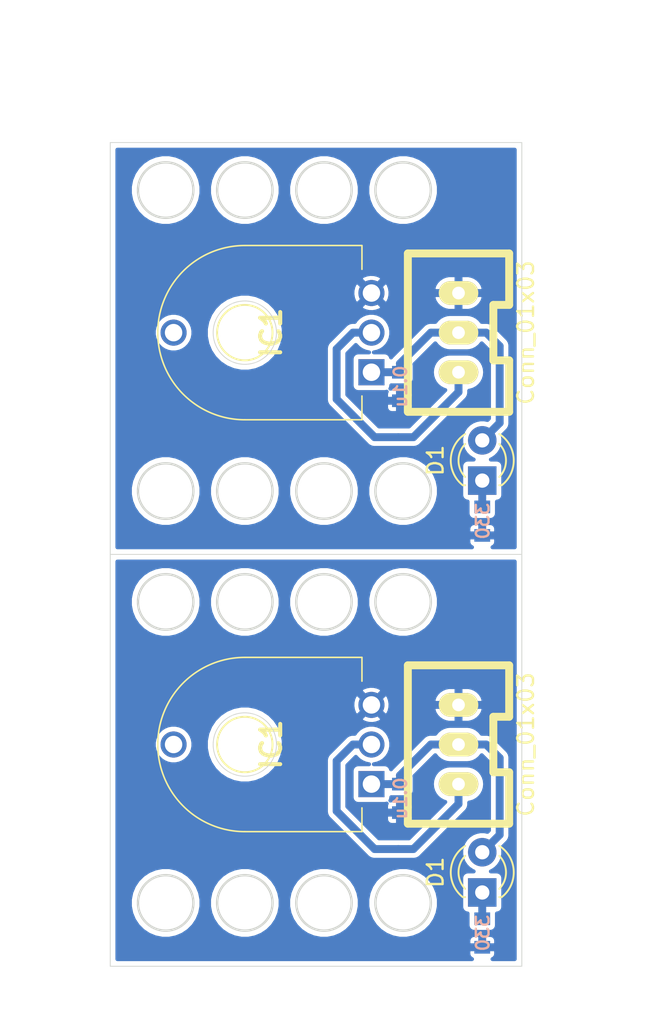
<source format=kicad_pcb>
(kicad_pcb (version 20171130) (host pcbnew "(5.1.5)-3")

  (general
    (thickness 1.6)
    (drawings 35)
    (tracks 38)
    (zones 0)
    (modules 10)
    (nets 6)
  )

  (page A4)
  (layers
    (0 F.Cu signal)
    (31 B.Cu signal)
    (32 B.Adhes user)
    (33 F.Adhes user)
    (34 B.Paste user)
    (35 F.Paste user)
    (36 B.SilkS user)
    (37 F.SilkS user)
    (38 B.Mask user)
    (39 F.Mask user)
    (40 Dwgs.User user)
    (41 Cmts.User user)
    (42 Eco1.User user)
    (43 Eco2.User user)
    (44 Edge.Cuts user)
    (45 Margin user)
    (46 B.CrtYd user)
    (47 F.CrtYd user)
    (48 B.Fab user)
    (49 F.Fab user)
  )

  (setup
    (last_trace_width 0.25)
    (user_trace_width 0.5)
    (trace_clearance 0.2)
    (zone_clearance 0.3)
    (zone_45_only no)
    (trace_min 0.2)
    (via_size 0.8)
    (via_drill 0.4)
    (via_min_size 0.4)
    (via_min_drill 0.3)
    (uvia_size 0.3)
    (uvia_drill 0.1)
    (uvias_allowed no)
    (uvia_min_size 0.2)
    (uvia_min_drill 0.1)
    (edge_width 0.05)
    (segment_width 0.2)
    (pcb_text_width 0.3)
    (pcb_text_size 1.5 1.5)
    (mod_edge_width 0.12)
    (mod_text_size 1 1)
    (mod_text_width 0.15)
    (pad_size 1.524 1.524)
    (pad_drill 0.762)
    (pad_to_mask_clearance 0.051)
    (solder_mask_min_width 0.25)
    (aux_axis_origin 0 0)
    (visible_elements 7FFFFFFF)
    (pcbplotparams
      (layerselection 0x01000_fffffffe)
      (usegerberextensions false)
      (usegerberattributes false)
      (usegerberadvancedattributes false)
      (creategerberjobfile false)
      (excludeedgelayer true)
      (linewidth 0.100000)
      (plotframeref false)
      (viasonmask false)
      (mode 1)
      (useauxorigin false)
      (hpglpennumber 1)
      (hpglpenspeed 20)
      (hpglpendiameter 15.000000)
      (psnegative false)
      (psa4output false)
      (plotreference true)
      (plotvalue true)
      (plotinvisibletext false)
      (padsonsilk false)
      (subtractmaskfromsilk false)
      (outputformat 1)
      (mirror false)
      (drillshape 0)
      (scaleselection 1)
      (outputdirectory "加工/"))
  )

  (net 0 "")
  (net 1 GND)
  (net 2 +3V3)
  (net 3 "Net-(D1-Pad1)")
  (net 4 /VALUE)
  (net 5 "Net-(IC1-Pad4)")

  (net_class Default "これはデフォルトのネット クラスです。"
    (clearance 0.2)
    (trace_width 0.25)
    (via_dia 0.8)
    (via_drill 0.4)
    (uvia_dia 0.3)
    (uvia_drill 0.1)
    (add_net +3V3)
    (add_net /VALUE)
    (add_net GND)
    (add_net "Net-(D1-Pad1)")
    (add_net "Net-(IC1-Pad4)")
  )

  (module Mizz_lib:1608_WP (layer B.Cu) (tedit 5E11F63B) (tstamp 5E692756)
    (at 124.3 126.4 90)
    (descr <b>CAPACITOR</b>)
    (path /5E689992)
    (fp_text reference C1 (at -0.635 0.635 90) (layer B.SilkS) hide
      (effects (font (size 1.2065 1.2065) (thickness 0.1016)) (justify right bottom mirror))
    )
    (fp_text value 0.1u (at 0 0.5 90) (layer B.SilkS)
      (effects (font (size 0.8 0.8) (thickness 0.15)) (justify bottom mirror))
    )
    (fp_poly (pts (xy -0.1999 -0.3) (xy 0.1999 -0.3) (xy 0.1999 0.3) (xy -0.1999 0.3)) (layer B.Adhes) (width 0))
    (fp_poly (pts (xy 0.3302 -0.4699) (xy 0.8303 -0.4699) (xy 0.8303 0.4801) (xy 0.3302 0.4801)) (layer Dwgs.User) (width 0))
    (fp_poly (pts (xy -0.8382 -0.4699) (xy -0.3381 -0.4699) (xy -0.3381 0.4801) (xy -0.8382 0.4801)) (layer Dwgs.User) (width 0))
    (fp_line (start -0.356 -0.419) (end 0.356 -0.419) (layer Dwgs.User) (width 0.1016))
    (fp_line (start -0.356 0.432) (end 0.356 0.432) (layer Dwgs.User) (width 0.1016))
    (pad 2 smd rect (at 0.9 0 90) (size 0.8 1) (layers B.Cu B.Paste B.Mask)
      (net 2 +3V3))
    (pad 1 smd rect (at -0.9 0 90) (size 0.8 1) (layers B.Cu B.Paste B.Mask)
      (net 1 GND))
    (model ${KISYS3DMOD}/Resistor_SMD.3dshapes/R_0603_1608Metric.step
      (at (xyz 0 0 0))
      (scale (xyz 1 1 1))
      (rotate (xyz 0 0 0))
    )
  )

  (module Mizz_lib:1608_WP (layer B.Cu) (tedit 5E11F63B) (tstamp 5E69274C)
    (at 129.5 134.9 90)
    (descr <b>CAPACITOR</b>)
    (path /5E68D406)
    (fp_text reference R1 (at -0.635 0.635 90) (layer B.SilkS) hide
      (effects (font (size 1.2065 1.2065) (thickness 0.1016)) (justify right bottom mirror))
    )
    (fp_text value 330 (at 0 0.5 90) (layer B.SilkS)
      (effects (font (size 0.8 0.8) (thickness 0.15)) (justify bottom mirror))
    )
    (fp_line (start -0.356 0.432) (end 0.356 0.432) (layer Dwgs.User) (width 0.1016))
    (fp_line (start -0.356 -0.419) (end 0.356 -0.419) (layer Dwgs.User) (width 0.1016))
    (fp_poly (pts (xy -0.8382 -0.4699) (xy -0.3381 -0.4699) (xy -0.3381 0.4801) (xy -0.8382 0.4801)) (layer Dwgs.User) (width 0))
    (fp_poly (pts (xy 0.3302 -0.4699) (xy 0.8303 -0.4699) (xy 0.8303 0.4801) (xy 0.3302 0.4801)) (layer Dwgs.User) (width 0))
    (fp_poly (pts (xy -0.1999 -0.3) (xy 0.1999 -0.3) (xy 0.1999 0.3) (xy -0.1999 0.3)) (layer B.Adhes) (width 0))
    (pad 1 smd rect (at -0.9 0 90) (size 0.8 1) (layers B.Cu B.Paste B.Mask)
      (net 1 GND))
    (pad 2 smd rect (at 0.9 0 90) (size 0.8 1) (layers B.Cu B.Paste B.Mask)
      (net 3 "Net-(D1-Pad1)"))
    (model ${KISYS3DMOD}/Resistor_SMD.3dshapes/R_0603_1608Metric.step
      (at (xyz 0 0 0))
      (scale (xyz 1 1 1))
      (rotate (xyz 0 0 0))
    )
  )

  (module Mizz_lib:RDC501051A (layer F.Cu) (tedit 5E687348) (tstamp 5E692734)
    (at 122.5 125.5 90)
    (descr RDC501051A-5)
    (tags "Integrated Circuit")
    (path /5E68B0FD)
    (fp_text reference IC1 (at 2.5 -6.338 90) (layer F.SilkS)
      (effects (font (size 1.27 1.27) (thickness 0.254)))
    )
    (fp_text value RDC501051A (at 2.5 -6.338 90) (layer F.SilkS) hide
      (effects (font (size 1.27 1.27) (thickness 0.254)))
    )
    (fp_circle (center 2.5 -8) (end 4.25 -8) (layer F.SilkS) (width 0.12))
    (fp_arc (start 2.5 -8) (end -3 -8) (angle 180) (layer F.SilkS) (width 0.1))
    (fp_arc (start 2.5 -8) (end 8 -8) (angle -180) (layer F.Fab) (width 0.2))
    (fp_line (start 8 -0.6) (end 6.5 -0.6) (layer F.SilkS) (width 0.1))
    (fp_line (start 8 -8) (end 8 -0.6) (layer F.SilkS) (width 0.1))
    (fp_line (start -3 -8) (end -3 -8) (layer F.SilkS) (width 0.1))
    (fp_line (start -3 -0.6) (end -3 -8) (layer F.SilkS) (width 0.1))
    (fp_line (start -1.5 -0.6) (end -3 -0.6) (layer F.SilkS) (width 0.1))
    (fp_line (start 8 -8) (end 8 -8) (layer F.Fab) (width 0.2))
    (fp_line (start 8 -0.6) (end 8 -8) (layer F.Fab) (width 0.2))
    (fp_line (start -3 -0.6) (end 8 -0.6) (layer F.Fab) (width 0.2))
    (fp_line (start -3 -8) (end -3 -0.6) (layer F.Fab) (width 0.2))
    (fp_line (start -4 1.825) (end -4 -14.5) (layer F.CrtYd) (width 0.1))
    (fp_line (start 9 1.825) (end -4 1.825) (layer F.CrtYd) (width 0.1))
    (fp_line (start 9 -14.5) (end 9 1.825) (layer F.CrtYd) (width 0.1))
    (fp_line (start -4 -14.5) (end 9 -14.5) (layer F.CrtYd) (width 0.1))
    (fp_text user %R (at 2.5 -6.338 90) (layer F.Fab)
      (effects (font (size 1.27 1.27) (thickness 0.254)))
    )
    (pad 4 thru_hole circle (at 2.5 -12.5 90) (size 1.65 1.65) (drill 1.1) (layers *.Cu *.Mask)
      (net 5 "Net-(IC1-Pad4)"))
    (pad 3 thru_hole circle (at 5 0 90) (size 1.65 1.65) (drill 1.1) (layers *.Cu *.Mask)
      (net 1 GND))
    (pad 2 thru_hole circle (at 2.5 0 90) (size 1.65 1.65) (drill 1.1) (layers *.Cu *.Mask)
      (net 4 /VALUE))
    (pad 1 thru_hole rect (at 0 0 90) (size 1.65 1.65) (drill 1.1) (layers *.Cu *.Mask)
      (net 2 +3V3))
  )

  (module Mizz_lib:XA_3T (layer F.Cu) (tedit 5E5E4093) (tstamp 5E692726)
    (at 128 125.5 90)
    (path /5E689283)
    (fp_text reference J1 (at 0 0.5 90) (layer F.Fab)
      (effects (font (size 1 1) (thickness 0.15)))
    )
    (fp_text value Conn_01x03 (at 2.5 4.25 90) (layer F.SilkS)
      (effects (font (size 1 1) (thickness 0.15)))
    )
    (fp_line (start -2.5 -3.2) (end -2.5 3.2) (layer F.SilkS) (width 0.5))
    (fp_line (start 7.5 -3.2) (end 7.5 3.2) (layer F.SilkS) (width 0.5))
    (fp_line (start -2.5 -3.2) (end 7.5 -3.2) (layer F.SilkS) (width 0.5))
    (fp_line (start 0.75 3.2) (end 0.75 2.2) (layer F.SilkS) (width 0.5))
    (fp_line (start -2.5 3.2) (end 0.75 3.2) (layer F.SilkS) (width 0.5))
    (fp_line (start 4.25 3.2) (end 7.5 3.2) (layer F.SilkS) (width 0.5))
    (fp_line (start 4.25 2.2) (end 4.25 3.2) (layer F.SilkS) (width 0.5))
    (fp_line (start 0.75 2.2) (end 4.25 2.2) (layer F.SilkS) (width 0.5))
    (pad 1 thru_hole oval (at 5 0 90) (size 1.5 2.5) (drill 0.8) (layers *.Cu *.Mask F.SilkS)
      (net 1 GND))
    (pad 2 thru_hole oval (at 2.5 0 90) (size 1.5 2.5) (drill 0.8) (layers *.Cu *.Mask F.SilkS)
      (net 2 +3V3))
    (pad 3 thru_hole oval (at 0 0 90) (size 1.5 2.5) (drill 0.8) (layers *.Cu *.Mask F.SilkS)
      (net 4 /VALUE))
    (model conn_XA/XA_3T.wrl
      (offset (xyz 2.539999961853027 0 0))
      (scale (xyz 4 4 4))
      (rotate (xyz -90 0 0))
    )
  )

  (module LED_THT:LED_D3.0mm (layer F.Cu) (tedit 587A3A7B) (tstamp 5E692714)
    (at 129.5 132.34 90)
    (descr "LED, diameter 3.0mm, 2 pins")
    (tags "LED diameter 3.0mm 2 pins")
    (path /5E68C458)
    (fp_text reference D1 (at 1.27 -2.96 90) (layer F.SilkS)
      (effects (font (size 1 1) (thickness 0.15)))
    )
    (fp_text value LED (at 1.27 2.96 90) (layer F.Fab)
      (effects (font (size 1 1) (thickness 0.15)))
    )
    (fp_line (start 3.7 -2.25) (end -1.15 -2.25) (layer F.CrtYd) (width 0.05))
    (fp_line (start 3.7 2.25) (end 3.7 -2.25) (layer F.CrtYd) (width 0.05))
    (fp_line (start -1.15 2.25) (end 3.7 2.25) (layer F.CrtYd) (width 0.05))
    (fp_line (start -1.15 -2.25) (end -1.15 2.25) (layer F.CrtYd) (width 0.05))
    (fp_line (start -0.29 1.08) (end -0.29 1.236) (layer F.SilkS) (width 0.12))
    (fp_line (start -0.29 -1.236) (end -0.29 -1.08) (layer F.SilkS) (width 0.12))
    (fp_line (start -0.23 -1.16619) (end -0.23 1.16619) (layer F.Fab) (width 0.1))
    (fp_circle (center 1.27 0) (end 2.77 0) (layer F.Fab) (width 0.1))
    (fp_arc (start 1.27 0) (end 0.229039 1.08) (angle -87.9) (layer F.SilkS) (width 0.12))
    (fp_arc (start 1.27 0) (end 0.229039 -1.08) (angle 87.9) (layer F.SilkS) (width 0.12))
    (fp_arc (start 1.27 0) (end -0.29 1.235516) (angle -108.8) (layer F.SilkS) (width 0.12))
    (fp_arc (start 1.27 0) (end -0.29 -1.235516) (angle 108.8) (layer F.SilkS) (width 0.12))
    (fp_arc (start 1.27 0) (end -0.23 -1.16619) (angle 284.3) (layer F.Fab) (width 0.1))
    (pad 2 thru_hole circle (at 2.54 0 90) (size 1.8 1.8) (drill 0.9) (layers *.Cu *.Mask)
      (net 2 +3V3))
    (pad 1 thru_hole rect (at 0 0 90) (size 1.8 1.8) (drill 0.9) (layers *.Cu *.Mask)
      (net 3 "Net-(D1-Pad1)"))
    (model ${KISYS3DMOD}/LED_THT.3dshapes/LED_D3.0mm.wrl
      (at (xyz 0 0 0))
      (scale (xyz 1 1 1))
      (rotate (xyz 0 0 0))
    )
  )

  (module Mizz_lib:1608_WP (layer B.Cu) (tedit 5E11F63B) (tstamp 5E691EDB)
    (at 124.3 100.4 90)
    (descr <b>CAPACITOR</b>)
    (path /5E689992)
    (fp_text reference C1 (at -0.635 0.635 90) (layer B.SilkS) hide
      (effects (font (size 1.2065 1.2065) (thickness 0.1016)) (justify right bottom mirror))
    )
    (fp_text value 0.1u (at 0 0.5 90) (layer B.SilkS)
      (effects (font (size 0.8 0.8) (thickness 0.15)) (justify bottom mirror))
    )
    (fp_line (start -0.356 0.432) (end 0.356 0.432) (layer Dwgs.User) (width 0.1016))
    (fp_line (start -0.356 -0.419) (end 0.356 -0.419) (layer Dwgs.User) (width 0.1016))
    (fp_poly (pts (xy -0.8382 -0.4699) (xy -0.3381 -0.4699) (xy -0.3381 0.4801) (xy -0.8382 0.4801)) (layer Dwgs.User) (width 0))
    (fp_poly (pts (xy 0.3302 -0.4699) (xy 0.8303 -0.4699) (xy 0.8303 0.4801) (xy 0.3302 0.4801)) (layer Dwgs.User) (width 0))
    (fp_poly (pts (xy -0.1999 -0.3) (xy 0.1999 -0.3) (xy 0.1999 0.3) (xy -0.1999 0.3)) (layer B.Adhes) (width 0))
    (pad 1 smd rect (at -0.9 0 90) (size 0.8 1) (layers B.Cu B.Paste B.Mask)
      (net 1 GND))
    (pad 2 smd rect (at 0.9 0 90) (size 0.8 1) (layers B.Cu B.Paste B.Mask)
      (net 2 +3V3))
    (model ${KISYS3DMOD}/Resistor_SMD.3dshapes/R_0603_1608Metric.step
      (at (xyz 0 0 0))
      (scale (xyz 1 1 1))
      (rotate (xyz 0 0 0))
    )
  )

  (module LED_THT:LED_D3.0mm (layer F.Cu) (tedit 587A3A7B) (tstamp 5E691EEE)
    (at 129.5 106.34 90)
    (descr "LED, diameter 3.0mm, 2 pins")
    (tags "LED diameter 3.0mm 2 pins")
    (path /5E68C458)
    (fp_text reference D1 (at 1.27 -2.96 90) (layer F.SilkS)
      (effects (font (size 1 1) (thickness 0.15)))
    )
    (fp_text value LED (at 1.27 2.96 90) (layer F.Fab)
      (effects (font (size 1 1) (thickness 0.15)))
    )
    (fp_arc (start 1.27 0) (end -0.23 -1.16619) (angle 284.3) (layer F.Fab) (width 0.1))
    (fp_arc (start 1.27 0) (end -0.29 -1.235516) (angle 108.8) (layer F.SilkS) (width 0.12))
    (fp_arc (start 1.27 0) (end -0.29 1.235516) (angle -108.8) (layer F.SilkS) (width 0.12))
    (fp_arc (start 1.27 0) (end 0.229039 -1.08) (angle 87.9) (layer F.SilkS) (width 0.12))
    (fp_arc (start 1.27 0) (end 0.229039 1.08) (angle -87.9) (layer F.SilkS) (width 0.12))
    (fp_circle (center 1.27 0) (end 2.77 0) (layer F.Fab) (width 0.1))
    (fp_line (start -0.23 -1.16619) (end -0.23 1.16619) (layer F.Fab) (width 0.1))
    (fp_line (start -0.29 -1.236) (end -0.29 -1.08) (layer F.SilkS) (width 0.12))
    (fp_line (start -0.29 1.08) (end -0.29 1.236) (layer F.SilkS) (width 0.12))
    (fp_line (start -1.15 -2.25) (end -1.15 2.25) (layer F.CrtYd) (width 0.05))
    (fp_line (start -1.15 2.25) (end 3.7 2.25) (layer F.CrtYd) (width 0.05))
    (fp_line (start 3.7 2.25) (end 3.7 -2.25) (layer F.CrtYd) (width 0.05))
    (fp_line (start 3.7 -2.25) (end -1.15 -2.25) (layer F.CrtYd) (width 0.05))
    (pad 1 thru_hole rect (at 0 0 90) (size 1.8 1.8) (drill 0.9) (layers *.Cu *.Mask)
      (net 3 "Net-(D1-Pad1)"))
    (pad 2 thru_hole circle (at 2.54 0 90) (size 1.8 1.8) (drill 0.9) (layers *.Cu *.Mask)
      (net 2 +3V3))
    (model ${KISYS3DMOD}/LED_THT.3dshapes/LED_D3.0mm.wrl
      (at (xyz 0 0 0))
      (scale (xyz 1 1 1))
      (rotate (xyz 0 0 0))
    )
  )

  (module Mizz_lib:XA_3T (layer F.Cu) (tedit 5E5E4093) (tstamp 5E691F15)
    (at 128 99.5 90)
    (path /5E689283)
    (fp_text reference J1 (at 0 0.5 90) (layer F.Fab)
      (effects (font (size 1 1) (thickness 0.15)))
    )
    (fp_text value Conn_01x03 (at 2.5 4.25 90) (layer F.SilkS)
      (effects (font (size 1 1) (thickness 0.15)))
    )
    (fp_line (start 0.75 2.2) (end 4.25 2.2) (layer F.SilkS) (width 0.5))
    (fp_line (start 4.25 2.2) (end 4.25 3.2) (layer F.SilkS) (width 0.5))
    (fp_line (start 4.25 3.2) (end 7.5 3.2) (layer F.SilkS) (width 0.5))
    (fp_line (start -2.5 3.2) (end 0.75 3.2) (layer F.SilkS) (width 0.5))
    (fp_line (start 0.75 3.2) (end 0.75 2.2) (layer F.SilkS) (width 0.5))
    (fp_line (start -2.5 -3.2) (end 7.5 -3.2) (layer F.SilkS) (width 0.5))
    (fp_line (start 7.5 -3.2) (end 7.5 3.2) (layer F.SilkS) (width 0.5))
    (fp_line (start -2.5 -3.2) (end -2.5 3.2) (layer F.SilkS) (width 0.5))
    (pad 3 thru_hole oval (at 0 0 90) (size 1.5 2.5) (drill 0.8) (layers *.Cu *.Mask F.SilkS)
      (net 4 /VALUE))
    (pad 2 thru_hole oval (at 2.5 0 90) (size 1.5 2.5) (drill 0.8) (layers *.Cu *.Mask F.SilkS)
      (net 2 +3V3))
    (pad 1 thru_hole oval (at 5 0 90) (size 1.5 2.5) (drill 0.8) (layers *.Cu *.Mask F.SilkS)
      (net 1 GND))
    (model conn_XA/XA_3T.wrl
      (offset (xyz 2.539999961853027 0 0))
      (scale (xyz 4 4 4))
      (rotate (xyz -90 0 0))
    )
  )

  (module Mizz_lib:1608_WP (layer B.Cu) (tedit 5E11F63B) (tstamp 5E691F20)
    (at 129.5 108.9 90)
    (descr <b>CAPACITOR</b>)
    (path /5E68D406)
    (fp_text reference R1 (at -0.635 0.635 90) (layer B.SilkS) hide
      (effects (font (size 1.2065 1.2065) (thickness 0.1016)) (justify right bottom mirror))
    )
    (fp_text value 330 (at 0 0.5 90) (layer B.SilkS)
      (effects (font (size 0.8 0.8) (thickness 0.15)) (justify bottom mirror))
    )
    (fp_poly (pts (xy -0.1999 -0.3) (xy 0.1999 -0.3) (xy 0.1999 0.3) (xy -0.1999 0.3)) (layer B.Adhes) (width 0))
    (fp_poly (pts (xy 0.3302 -0.4699) (xy 0.8303 -0.4699) (xy 0.8303 0.4801) (xy 0.3302 0.4801)) (layer Dwgs.User) (width 0))
    (fp_poly (pts (xy -0.8382 -0.4699) (xy -0.3381 -0.4699) (xy -0.3381 0.4801) (xy -0.8382 0.4801)) (layer Dwgs.User) (width 0))
    (fp_line (start -0.356 -0.419) (end 0.356 -0.419) (layer Dwgs.User) (width 0.1016))
    (fp_line (start -0.356 0.432) (end 0.356 0.432) (layer Dwgs.User) (width 0.1016))
    (pad 2 smd rect (at 0.9 0 90) (size 0.8 1) (layers B.Cu B.Paste B.Mask)
      (net 3 "Net-(D1-Pad1)"))
    (pad 1 smd rect (at -0.9 0 90) (size 0.8 1) (layers B.Cu B.Paste B.Mask)
      (net 1 GND))
    (model ${KISYS3DMOD}/Resistor_SMD.3dshapes/R_0603_1608Metric.step
      (at (xyz 0 0 0))
      (scale (xyz 1 1 1))
      (rotate (xyz 0 0 0))
    )
  )

  (module Mizz_lib:RDC501051A (layer F.Cu) (tedit 5E687348) (tstamp 5E6924FB)
    (at 122.5 99.5 90)
    (descr RDC501051A-5)
    (tags "Integrated Circuit")
    (path /5E68B0FD)
    (fp_text reference IC1 (at 2.5 -6.338 90) (layer F.SilkS)
      (effects (font (size 1.27 1.27) (thickness 0.254)))
    )
    (fp_text value RDC501051A (at 2.5 -6.338 90) (layer F.SilkS) hide
      (effects (font (size 1.27 1.27) (thickness 0.254)))
    )
    (fp_text user %R (at 2.5 -6.338 90) (layer F.Fab)
      (effects (font (size 1.27 1.27) (thickness 0.254)))
    )
    (fp_line (start -4 -14.5) (end 9 -14.5) (layer F.CrtYd) (width 0.1))
    (fp_line (start 9 -14.5) (end 9 1.825) (layer F.CrtYd) (width 0.1))
    (fp_line (start 9 1.825) (end -4 1.825) (layer F.CrtYd) (width 0.1))
    (fp_line (start -4 1.825) (end -4 -14.5) (layer F.CrtYd) (width 0.1))
    (fp_line (start -3 -8) (end -3 -0.6) (layer F.Fab) (width 0.2))
    (fp_line (start -3 -0.6) (end 8 -0.6) (layer F.Fab) (width 0.2))
    (fp_line (start 8 -0.6) (end 8 -8) (layer F.Fab) (width 0.2))
    (fp_line (start 8 -8) (end 8 -8) (layer F.Fab) (width 0.2))
    (fp_line (start -1.5 -0.6) (end -3 -0.6) (layer F.SilkS) (width 0.1))
    (fp_line (start -3 -0.6) (end -3 -8) (layer F.SilkS) (width 0.1))
    (fp_line (start -3 -8) (end -3 -8) (layer F.SilkS) (width 0.1))
    (fp_line (start 8 -8) (end 8 -0.6) (layer F.SilkS) (width 0.1))
    (fp_line (start 8 -0.6) (end 6.5 -0.6) (layer F.SilkS) (width 0.1))
    (fp_arc (start 2.5 -8) (end 8 -8) (angle -180) (layer F.Fab) (width 0.2))
    (fp_arc (start 2.5 -8) (end -3 -8) (angle 180) (layer F.SilkS) (width 0.1))
    (fp_circle (center 2.5 -8) (end 4.25 -8) (layer F.SilkS) (width 0.12))
    (pad 1 thru_hole rect (at 0 0 90) (size 1.65 1.65) (drill 1.1) (layers *.Cu *.Mask)
      (net 2 +3V3))
    (pad 2 thru_hole circle (at 2.5 0 90) (size 1.65 1.65) (drill 1.1) (layers *.Cu *.Mask)
      (net 4 /VALUE))
    (pad 3 thru_hole circle (at 5 0 90) (size 1.65 1.65) (drill 1.1) (layers *.Cu *.Mask)
      (net 1 GND))
    (pad 4 thru_hole circle (at 2.5 -12.5 90) (size 1.65 1.65) (drill 1.1) (layers *.Cu *.Mask)
      (net 5 "Net-(IC1-Pad4)"))
  )

  (gr_circle (center 124.5 114) (end 126.25 114) (layer Edge.Cuts) (width 0.15) (tstamp 5E692713))
  (gr_line (start 106 137) (end 132 137) (layer Edge.Cuts) (width 0.05) (tstamp 5E692712))
  (dimension 3.5 (width 0.15) (layer Margin) (tstamp 5E692710)
    (gr_text "3.500 mm" (at 107.75 141.3) (layer Margin) (tstamp 5E692710)
      (effects (font (size 1 1) (thickness 0.15)))
    )
    (feature1 (pts (xy 109.5 137) (xy 109.5 140.586421)))
    (feature2 (pts (xy 106 137) (xy 106 140.586421)))
    (crossbar (pts (xy 106 140) (xy 109.5 140)))
    (arrow1a (pts (xy 109.5 140) (xy 108.373496 140.586421)))
    (arrow1b (pts (xy 109.5 140) (xy 108.373496 139.413579)))
    (arrow2a (pts (xy 106 140) (xy 107.126504 140.586421)))
    (arrow2b (pts (xy 106 140) (xy 107.126504 139.413579)))
  )
  (gr_circle (center 109.5 133) (end 111.25 133) (layer Edge.Cuts) (width 0.15) (tstamp 5E69270F))
  (gr_circle (center 109.5 114) (end 111.25 114) (layer Edge.Cuts) (width 0.15) (tstamp 5E69270E))
  (gr_circle (center 124.5 133) (end 126.25 133) (layer Edge.Cuts) (width 0.15) (tstamp 5E69270D))
  (gr_circle (center 114.5 133) (end 116.25 133) (layer Edge.Cuts) (width 0.15) (tstamp 5E69270C))
  (dimension 5 (width 0.15) (layer Margin) (tstamp 5E69270A)
    (gr_text "5.000 mm" (at 112 141.3) (layer Margin) (tstamp 5E69270A)
      (effects (font (size 1 1) (thickness 0.15)))
    )
    (feature1 (pts (xy 114.5 137) (xy 114.5 140.586421)))
    (feature2 (pts (xy 109.5 137) (xy 109.5 140.586421)))
    (crossbar (pts (xy 109.5 140) (xy 114.5 140)))
    (arrow1a (pts (xy 114.5 140) (xy 113.373496 140.586421)))
    (arrow1b (pts (xy 114.5 140) (xy 113.373496 139.413579)))
    (arrow2a (pts (xy 109.5 140) (xy 110.626504 140.586421)))
    (arrow2b (pts (xy 109.5 140) (xy 110.626504 139.413579)))
  )
  (gr_circle (center 119.5 133) (end 121.25 133) (layer Edge.Cuts) (width 0.15) (tstamp 5E692709))
  (gr_circle (center 114.5 114) (end 116.25 114) (layer Edge.Cuts) (width 0.15) (tstamp 5E692708))
  (gr_circle (center 119.5 114) (end 121.25 114) (layer Edge.Cuts) (width 0.15) (tstamp 5E692707))
  (gr_circle (center 114.5 123) (end 116.5 123) (layer Edge.Cuts) (width 0.05) (tstamp 5E692706))
  (dimension 10 (width 0.15) (layer Margin) (tstamp 5E692704)
    (gr_text "10.000 mm" (at 102.7 128 90) (layer Margin) (tstamp 5E692704)
      (effects (font (size 1 1) (thickness 0.15)))
    )
    (feature1 (pts (xy 106 123) (xy 103.413579 123)))
    (feature2 (pts (xy 106 133) (xy 103.413579 133)))
    (crossbar (pts (xy 104 133) (xy 104 123)))
    (arrow1a (pts (xy 104 123) (xy 104.586421 124.126504)))
    (arrow1b (pts (xy 104 123) (xy 103.413579 124.126504)))
    (arrow2a (pts (xy 104 133) (xy 104.586421 131.873496)))
    (arrow2b (pts (xy 104 133) (xy 103.413579 131.873496)))
  )
  (dimension 26 (width 0.15) (layer Margin) (tstamp 5E692702)
    (gr_text "26.000 mm" (at 119 102.7) (layer Margin) (tstamp 5E692702)
      (effects (font (size 1 1) (thickness 0.15)))
    )
    (feature1 (pts (xy 106 111) (xy 106 103.413579)))
    (feature2 (pts (xy 132 111) (xy 132 103.413579)))
    (crossbar (pts (xy 132 104) (xy 106 104)))
    (arrow1a (pts (xy 106 104) (xy 107.126504 103.413579)))
    (arrow1b (pts (xy 106 104) (xy 107.126504 104.586421)))
    (arrow2a (pts (xy 132 104) (xy 130.873496 103.413579)))
    (arrow2b (pts (xy 132 104) (xy 130.873496 104.586421)))
  )
  (dimension 26 (width 0.15) (layer Margin) (tstamp 5E6926FF)
    (gr_text "26.000 mm" (at 139.3 124 90) (layer Margin) (tstamp 5E6926FF)
      (effects (font (size 1 1) (thickness 0.15)))
    )
    (feature1 (pts (xy 132 111) (xy 138.586421 111)))
    (feature2 (pts (xy 132 137) (xy 138.586421 137)))
    (crossbar (pts (xy 138 137) (xy 138 111)))
    (arrow1a (pts (xy 138 111) (xy 138.586421 112.126504)))
    (arrow1b (pts (xy 138 111) (xy 137.413579 112.126504)))
    (arrow2a (pts (xy 138 137) (xy 138.586421 135.873496)))
    (arrow2b (pts (xy 138 137) (xy 137.413579 135.873496)))
  )
  (gr_line (start 132 137) (end 132 111) (layer Edge.Cuts) (width 0.05) (tstamp 5E6926FE))
  (gr_line (start 106 111) (end 106 137) (layer Edge.Cuts) (width 0.05) (tstamp 5E6926FD))
  (gr_circle (center 114.5 97) (end 116.5 97) (layer Edge.Cuts) (width 0.05))
  (dimension 10 (width 0.15) (layer Margin)
    (gr_text "10.000 mm" (at 102.7 102 90) (layer Margin)
      (effects (font (size 1 1) (thickness 0.15)))
    )
    (feature1 (pts (xy 106 97) (xy 103.413579 97)))
    (feature2 (pts (xy 106 107) (xy 103.413579 107)))
    (crossbar (pts (xy 104 107) (xy 104 97)))
    (arrow1a (pts (xy 104 97) (xy 104.586421 98.126504)))
    (arrow1b (pts (xy 104 97) (xy 103.413579 98.126504)))
    (arrow2a (pts (xy 104 107) (xy 104.586421 105.873496)))
    (arrow2b (pts (xy 104 107) (xy 103.413579 105.873496)))
  )
  (gr_circle (center 124.5 88) (end 126.25 88) (layer Edge.Cuts) (width 0.15) (tstamp 5E69252C))
  (gr_circle (center 114.5 88) (end 116.25 88) (layer Edge.Cuts) (width 0.15) (tstamp 5E69252B))
  (gr_circle (center 119.5 88) (end 121.25 88) (layer Edge.Cuts) (width 0.15) (tstamp 5E69252A))
  (gr_circle (center 109.5 88) (end 111.25 88) (layer Edge.Cuts) (width 0.15) (tstamp 5E692529))
  (gr_circle (center 124.5 107) (end 126.25 107) (layer Edge.Cuts) (width 0.15) (tstamp 5E69251F))
  (gr_circle (center 119.5 107) (end 121.25 107) (layer Edge.Cuts) (width 0.15) (tstamp 5E69251D))
  (gr_circle (center 114.5 107) (end 116.25 107) (layer Edge.Cuts) (width 0.15) (tstamp 5E69251B))
  (dimension 5 (width 0.15) (layer Margin)
    (gr_text "5.000 mm" (at 112 115.3) (layer Margin)
      (effects (font (size 1 1) (thickness 0.15)))
    )
    (feature1 (pts (xy 114.5 111) (xy 114.5 114.586421)))
    (feature2 (pts (xy 109.5 111) (xy 109.5 114.586421)))
    (crossbar (pts (xy 109.5 114) (xy 114.5 114)))
    (arrow1a (pts (xy 114.5 114) (xy 113.373496 114.586421)))
    (arrow1b (pts (xy 114.5 114) (xy 113.373496 113.413579)))
    (arrow2a (pts (xy 109.5 114) (xy 110.626504 114.586421)))
    (arrow2b (pts (xy 109.5 114) (xy 110.626504 113.413579)))
  )
  (gr_circle (center 109.5 107) (end 111.25 107) (layer Edge.Cuts) (width 0.15))
  (dimension 3.5 (width 0.15) (layer Margin)
    (gr_text "3.500 mm" (at 107.75 115.3) (layer Margin)
      (effects (font (size 1 1) (thickness 0.15)))
    )
    (feature1 (pts (xy 109.5 111) (xy 109.5 114.586421)))
    (feature2 (pts (xy 106 111) (xy 106 114.586421)))
    (crossbar (pts (xy 106 114) (xy 109.5 114)))
    (arrow1a (pts (xy 109.5 114) (xy 108.373496 114.586421)))
    (arrow1b (pts (xy 109.5 114) (xy 108.373496 113.413579)))
    (arrow2a (pts (xy 106 114) (xy 107.126504 114.586421)))
    (arrow2b (pts (xy 106 114) (xy 107.126504 113.413579)))
  )
  (gr_line (start 106 111) (end 132 111) (layer Edge.Cuts) (width 0.05) (tstamp 5E692513))
  (gr_line (start 106 85) (end 106 111) (layer Edge.Cuts) (width 0.05))
  (gr_line (start 132 85) (end 106 85) (layer Edge.Cuts) (width 0.05))
  (gr_line (start 132 111) (end 132 85) (layer Edge.Cuts) (width 0.05))
  (dimension 26 (width 0.15) (layer Margin)
    (gr_text "26.000 mm" (at 119 76.7) (layer Margin)
      (effects (font (size 1 1) (thickness 0.15)))
    )
    (feature1 (pts (xy 106 85) (xy 106 77.413579)))
    (feature2 (pts (xy 132 85) (xy 132 77.413579)))
    (crossbar (pts (xy 132 78) (xy 106 78)))
    (arrow1a (pts (xy 106 78) (xy 107.126504 77.413579)))
    (arrow1b (pts (xy 106 78) (xy 107.126504 78.586421)))
    (arrow2a (pts (xy 132 78) (xy 130.873496 77.413579)))
    (arrow2b (pts (xy 132 78) (xy 130.873496 78.586421)))
  )
  (dimension 26 (width 0.15) (layer Margin)
    (gr_text "26.000 mm" (at 139.3 98 90) (layer Margin)
      (effects (font (size 1 1) (thickness 0.15)))
    )
    (feature1 (pts (xy 132 85) (xy 138.586421 85)))
    (feature2 (pts (xy 132 111) (xy 138.586421 111)))
    (crossbar (pts (xy 138 111) (xy 138 85)))
    (arrow1a (pts (xy 138 85) (xy 138.586421 86.126504)))
    (arrow1b (pts (xy 138 85) (xy 137.413579 86.126504)))
    (arrow2a (pts (xy 138 111) (xy 138.586421 109.873496)))
    (arrow2b (pts (xy 138 111) (xy 137.413579 109.873496)))
  )

  (segment (start 122.5 99.5) (end 124.3 99.5) (width 0.5) (layer B.Cu) (net 2))
  (segment (start 124.3 99.5) (end 124.4 99.5) (width 0.5) (layer B.Cu) (net 2))
  (segment (start 124.3 99.5) (end 124.5 99.5) (width 0.5) (layer B.Cu) (net 2))
  (segment (start 124.3 98.95) (end 124.3 99.5) (width 0.5) (layer B.Cu) (net 2))
  (segment (start 126.25 97) (end 124.3 98.95) (width 0.5) (layer B.Cu) (net 2))
  (segment (start 128 97) (end 126.25 97) (width 0.5) (layer B.Cu) (net 2))
  (segment (start 129.75 97) (end 130.6 97.85) (width 0.5) (layer B.Cu) (net 2))
  (segment (start 128 97) (end 129.75 97) (width 0.5) (layer B.Cu) (net 2))
  (segment (start 130.6 102.7) (end 129.5 103.8) (width 0.5) (layer B.Cu) (net 2))
  (segment (start 130.6 97.85) (end 130.6 102.7) (width 0.5) (layer B.Cu) (net 2))
  (segment (start 126.25 123) (end 124.3 124.95) (width 0.5) (layer B.Cu) (net 2) (tstamp 5E6926EA))
  (segment (start 130.6 123.85) (end 130.6 128.7) (width 0.5) (layer B.Cu) (net 2) (tstamp 5E6926EC))
  (segment (start 128 123) (end 126.25 123) (width 0.5) (layer B.Cu) (net 2) (tstamp 5E6926ED))
  (segment (start 129.75 123) (end 130.6 123.85) (width 0.5) (layer B.Cu) (net 2) (tstamp 5E6926EE))
  (segment (start 130.6 128.7) (end 129.5 129.8) (width 0.5) (layer B.Cu) (net 2) (tstamp 5E6926EF))
  (segment (start 122.5 125.5) (end 124.3 125.5) (width 0.5) (layer B.Cu) (net 2) (tstamp 5E6926F2))
  (segment (start 124.3 124.95) (end 124.3 125.5) (width 0.5) (layer B.Cu) (net 2) (tstamp 5E6926F6))
  (segment (start 124.3 125.5) (end 124.4 125.5) (width 0.5) (layer B.Cu) (net 2) (tstamp 5E6926F8))
  (segment (start 124.3 125.5) (end 124.5 125.5) (width 0.5) (layer B.Cu) (net 2) (tstamp 5E6926FA))
  (segment (start 128 123) (end 129.75 123) (width 0.5) (layer B.Cu) (net 2) (tstamp 5E6926FB))
  (segment (start 129.5 108) (end 129.5 106.34) (width 0.5) (layer B.Cu) (net 3))
  (segment (start 129.5 134) (end 129.5 132.34) (width 0.5) (layer B.Cu) (net 3) (tstamp 5E6926FC))
  (segment (start 121.333274 97) (end 120.3 98.033274) (width 0.5) (layer B.Cu) (net 4))
  (segment (start 122.5 97) (end 121.333274 97) (width 0.5) (layer B.Cu) (net 4))
  (segment (start 120.3 98.033274) (end 120.3 101.2) (width 0.5) (layer B.Cu) (net 4))
  (segment (start 120.3 101.2) (end 122.7 103.6) (width 0.5) (layer B.Cu) (net 4))
  (segment (start 125.15 103.6) (end 124.2 103.6) (width 0.5) (layer B.Cu) (net 4))
  (segment (start 128 99.5) (end 128 100.75) (width 0.5) (layer B.Cu) (net 4))
  (segment (start 122.7 103.6) (end 124.2 103.6) (width 0.5) (layer B.Cu) (net 4))
  (segment (start 128 100.75) (end 125.15 103.6) (width 0.5) (layer B.Cu) (net 4))
  (segment (start 121.333274 123) (end 120.3 124.033274) (width 0.5) (layer B.Cu) (net 4) (tstamp 5E6926EB))
  (segment (start 122.5 123) (end 121.333274 123) (width 0.5) (layer B.Cu) (net 4) (tstamp 5E6926F0))
  (segment (start 120.3 124.033274) (end 120.3 127.2) (width 0.5) (layer B.Cu) (net 4) (tstamp 5E6926F1))
  (segment (start 120.3 127.2) (end 122.7 129.6) (width 0.5) (layer B.Cu) (net 4) (tstamp 5E6926F3))
  (segment (start 125.15 129.6) (end 124.2 129.6) (width 0.5) (layer B.Cu) (net 4) (tstamp 5E6926F4))
  (segment (start 122.7 129.6) (end 124.2 129.6) (width 0.5) (layer B.Cu) (net 4) (tstamp 5E6926F5))
  (segment (start 128 126.75) (end 125.15 129.6) (width 0.5) (layer B.Cu) (net 4) (tstamp 5E6926F7))
  (segment (start 128 125.5) (end 128 126.75) (width 0.5) (layer B.Cu) (net 4) (tstamp 5E6926F9))

  (zone (net 1) (net_name GND) (layer B.Cu) (tstamp 5E687958) (hatch edge 0.508)
    (connect_pads (clearance 0.3))
    (min_thickness 0.254)
    (fill yes (arc_segments 32) (thermal_gap 0.25) (thermal_bridge_width 0.5))
    (polygon
      (pts
        (xy 132 111) (xy 106 111) (xy 106 85) (xy 132 85)
      )
    )
    (filled_polygon
      (pts
        (xy 131.548 110.548) (xy 130.148689 110.548) (xy 130.210463 110.514981) (xy 130.267869 110.467869) (xy 130.314981 110.410463)
        (xy 130.349988 110.34497) (xy 130.371545 110.273905) (xy 130.378824 110.2) (xy 130.377 110.01725) (xy 130.28275 109.923)
        (xy 129.623 109.923) (xy 129.623 109.943) (xy 129.377 109.943) (xy 129.377 109.923) (xy 128.71725 109.923)
        (xy 128.623 110.01725) (xy 128.621176 110.2) (xy 128.628455 110.273905) (xy 128.650012 110.34497) (xy 128.685019 110.410463)
        (xy 128.732131 110.467869) (xy 128.789537 110.514981) (xy 128.851311 110.548) (xy 106.452 110.548) (xy 106.452 109.4)
        (xy 128.621176 109.4) (xy 128.623 109.58275) (xy 128.71725 109.677) (xy 129.377 109.677) (xy 129.377 109.11725)
        (xy 129.623 109.11725) (xy 129.623 109.677) (xy 130.28275 109.677) (xy 130.377 109.58275) (xy 130.378824 109.4)
        (xy 130.371545 109.326095) (xy 130.349988 109.25503) (xy 130.314981 109.189537) (xy 130.267869 109.132131) (xy 130.210463 109.085019)
        (xy 130.14497 109.050012) (xy 130.073905 109.028455) (xy 130 109.021176) (xy 129.71725 109.023) (xy 129.623 109.11725)
        (xy 129.377 109.11725) (xy 129.28275 109.023) (xy 129 109.021176) (xy 128.926095 109.028455) (xy 128.85503 109.050012)
        (xy 128.789537 109.085019) (xy 128.732131 109.132131) (xy 128.685019 109.189537) (xy 128.650012 109.25503) (xy 128.628455 109.326095)
        (xy 128.621176 109.4) (xy 106.452 109.4) (xy 106.452 106.777305) (xy 107.23894 106.777305) (xy 107.23894 107.222695)
        (xy 107.325832 107.659527) (xy 107.496275 108.071013) (xy 107.74372 108.441342) (xy 108.058658 108.75628) (xy 108.428987 109.003725)
        (xy 108.840473 109.174168) (xy 109.277305 109.26106) (xy 109.722695 109.26106) (xy 110.159527 109.174168) (xy 110.571013 109.003725)
        (xy 110.941342 108.75628) (xy 111.25628 108.441342) (xy 111.503725 108.071013) (xy 111.674168 107.659527) (xy 111.76106 107.222695)
        (xy 111.76106 106.777305) (xy 112.23894 106.777305) (xy 112.23894 107.222695) (xy 112.325832 107.659527) (xy 112.496275 108.071013)
        (xy 112.74372 108.441342) (xy 113.058658 108.75628) (xy 113.428987 109.003725) (xy 113.840473 109.174168) (xy 114.277305 109.26106)
        (xy 114.722695 109.26106) (xy 115.159527 109.174168) (xy 115.571013 109.003725) (xy 115.941342 108.75628) (xy 116.25628 108.441342)
        (xy 116.503725 108.071013) (xy 116.674168 107.659527) (xy 116.76106 107.222695) (xy 116.76106 106.777305) (xy 117.23894 106.777305)
        (xy 117.23894 107.222695) (xy 117.325832 107.659527) (xy 117.496275 108.071013) (xy 117.74372 108.441342) (xy 118.058658 108.75628)
        (xy 118.428987 109.003725) (xy 118.840473 109.174168) (xy 119.277305 109.26106) (xy 119.722695 109.26106) (xy 120.159527 109.174168)
        (xy 120.571013 109.003725) (xy 120.941342 108.75628) (xy 121.25628 108.441342) (xy 121.503725 108.071013) (xy 121.674168 107.659527)
        (xy 121.76106 107.222695) (xy 121.76106 106.777305) (xy 122.23894 106.777305) (xy 122.23894 107.222695) (xy 122.325832 107.659527)
        (xy 122.496275 108.071013) (xy 122.74372 108.441342) (xy 123.058658 108.75628) (xy 123.428987 109.003725) (xy 123.840473 109.174168)
        (xy 124.277305 109.26106) (xy 124.722695 109.26106) (xy 125.159527 109.174168) (xy 125.571013 109.003725) (xy 125.941342 108.75628)
        (xy 126.25628 108.441342) (xy 126.503725 108.071013) (xy 126.674168 107.659527) (xy 126.76106 107.222695) (xy 126.76106 106.777305)
        (xy 126.674168 106.340473) (xy 126.503725 105.928987) (xy 126.25628 105.558658) (xy 125.941342 105.24372) (xy 125.571013 104.996275)
        (xy 125.159527 104.825832) (xy 124.722695 104.73894) (xy 124.277305 104.73894) (xy 123.840473 104.825832) (xy 123.428987 104.996275)
        (xy 123.058658 105.24372) (xy 122.74372 105.558658) (xy 122.496275 105.928987) (xy 122.325832 106.340473) (xy 122.23894 106.777305)
        (xy 121.76106 106.777305) (xy 121.674168 106.340473) (xy 121.503725 105.928987) (xy 121.25628 105.558658) (xy 120.941342 105.24372)
        (xy 120.571013 104.996275) (xy 120.159527 104.825832) (xy 119.722695 104.73894) (xy 119.277305 104.73894) (xy 118.840473 104.825832)
        (xy 118.428987 104.996275) (xy 118.058658 105.24372) (xy 117.74372 105.558658) (xy 117.496275 105.928987) (xy 117.325832 106.340473)
        (xy 117.23894 106.777305) (xy 116.76106 106.777305) (xy 116.674168 106.340473) (xy 116.503725 105.928987) (xy 116.25628 105.558658)
        (xy 115.941342 105.24372) (xy 115.571013 104.996275) (xy 115.159527 104.825832) (xy 114.722695 104.73894) (xy 114.277305 104.73894)
        (xy 113.840473 104.825832) (xy 113.428987 104.996275) (xy 113.058658 105.24372) (xy 112.74372 105.558658) (xy 112.496275 105.928987)
        (xy 112.325832 106.340473) (xy 112.23894 106.777305) (xy 111.76106 106.777305) (xy 111.674168 106.340473) (xy 111.503725 105.928987)
        (xy 111.25628 105.558658) (xy 110.941342 105.24372) (xy 110.571013 104.996275) (xy 110.159527 104.825832) (xy 109.722695 104.73894)
        (xy 109.277305 104.73894) (xy 108.840473 104.825832) (xy 108.428987 104.996275) (xy 108.058658 105.24372) (xy 107.74372 105.558658)
        (xy 107.496275 105.928987) (xy 107.325832 106.340473) (xy 107.23894 106.777305) (xy 106.452 106.777305) (xy 106.452 96.876689)
        (xy 108.748 96.876689) (xy 108.748 97.123311) (xy 108.796114 97.365195) (xy 108.890492 97.593044) (xy 109.027508 97.798104)
        (xy 109.201896 97.972492) (xy 109.406956 98.109508) (xy 109.634805 98.203886) (xy 109.876689 98.252) (xy 110.123311 98.252)
        (xy 110.365195 98.203886) (xy 110.593044 98.109508) (xy 110.798104 97.972492) (xy 110.972492 97.798104) (xy 111.109508 97.593044)
        (xy 111.203886 97.365195) (xy 111.252 97.123311) (xy 111.252 96.876689) (xy 111.228332 96.757702) (xy 112.039903 96.757702)
        (xy 112.039903 97.242298) (xy 112.134443 97.717584) (xy 112.319891 98.165293) (xy 112.589118 98.56822) (xy 112.93178 98.910882)
        (xy 113.334707 99.180109) (xy 113.782416 99.365557) (xy 114.257702 99.460097) (xy 114.742298 99.460097) (xy 115.217584 99.365557)
        (xy 115.665293 99.180109) (xy 116.06822 98.910882) (xy 116.410882 98.56822) (xy 116.680109 98.165293) (xy 116.734793 98.033274)
        (xy 119.619726 98.033274) (xy 119.623 98.066519) (xy 119.623001 101.166746) (xy 119.619726 101.2) (xy 119.632796 101.332714)
        (xy 119.671508 101.460329) (xy 119.734372 101.57794) (xy 119.797776 101.655198) (xy 119.797779 101.655201) (xy 119.818974 101.681027)
        (xy 119.8448 101.702222) (xy 122.197778 104.055201) (xy 122.218973 104.081027) (xy 122.244799 104.102222) (xy 122.244801 104.102224)
        (xy 122.322059 104.165628) (xy 122.43967 104.228492) (xy 122.567285 104.267204) (xy 122.7 104.280275) (xy 122.733252 104.277)
        (xy 125.116755 104.277) (xy 125.15 104.280274) (xy 125.183245 104.277) (xy 125.183252 104.277) (xy 125.282715 104.267204)
        (xy 125.41033 104.228492) (xy 125.527941 104.165628) (xy 125.631027 104.081027) (xy 125.652226 104.055196) (xy 128.455201 101.252222)
        (xy 128.481027 101.231027) (xy 128.506491 101.2) (xy 128.565628 101.127941) (xy 128.628492 101.01033) (xy 128.667204 100.882715)
        (xy 128.680275 100.75) (xy 128.677 100.716748) (xy 128.677 100.665261) (xy 128.730732 100.659969) (xy 128.952597 100.592667)
        (xy 129.15707 100.483374) (xy 129.336291 100.336291) (xy 129.483374 100.15707) (xy 129.592667 99.952597) (xy 129.659969 99.730732)
        (xy 129.682694 99.5) (xy 129.659969 99.269268) (xy 129.592667 99.047403) (xy 129.483374 98.84293) (xy 129.336291 98.663709)
        (xy 129.15707 98.516626) (xy 128.952597 98.407333) (xy 128.730732 98.340031) (xy 128.557812 98.323) (xy 127.442188 98.323)
        (xy 127.269268 98.340031) (xy 127.047403 98.407333) (xy 126.84293 98.516626) (xy 126.663709 98.663709) (xy 126.516626 98.84293)
        (xy 126.407333 99.047403) (xy 126.340031 99.269268) (xy 126.317306 99.5) (xy 126.340031 99.730732) (xy 126.407333 99.952597)
        (xy 126.516626 100.15707) (xy 126.663709 100.336291) (xy 126.84293 100.483374) (xy 127.047403 100.592667) (xy 127.164415 100.628162)
        (xy 124.869578 102.923) (xy 122.980423 102.923) (xy 121.757423 101.7) (xy 123.421176 101.7) (xy 123.428455 101.773905)
        (xy 123.450012 101.84497) (xy 123.485019 101.910463) (xy 123.532131 101.967869) (xy 123.589537 102.014981) (xy 123.65503 102.049988)
        (xy 123.726095 102.071545) (xy 123.8 102.078824) (xy 124.08275 102.077) (xy 124.177 101.98275) (xy 124.177 101.423)
        (xy 124.423 101.423) (xy 124.423 101.98275) (xy 124.51725 102.077) (xy 124.8 102.078824) (xy 124.873905 102.071545)
        (xy 124.94497 102.049988) (xy 125.010463 102.014981) (xy 125.067869 101.967869) (xy 125.114981 101.910463) (xy 125.149988 101.84497)
        (xy 125.171545 101.773905) (xy 125.178824 101.7) (xy 125.177 101.51725) (xy 125.08275 101.423) (xy 124.423 101.423)
        (xy 124.177 101.423) (xy 123.51725 101.423) (xy 123.423 101.51725) (xy 123.421176 101.7) (xy 121.757423 101.7)
        (xy 120.977 100.919578) (xy 120.977 98.313696) (xy 121.513523 97.777173) (xy 121.527508 97.798104) (xy 121.701896 97.972492)
        (xy 121.906956 98.109508) (xy 122.134805 98.203886) (xy 122.346193 98.245934) (xy 121.675 98.245934) (xy 121.591293 98.254178)
        (xy 121.510804 98.278595) (xy 121.436624 98.318245) (xy 121.371605 98.371605) (xy 121.318245 98.436624) (xy 121.278595 98.510804)
        (xy 121.254178 98.591293) (xy 121.245934 98.675) (xy 121.245934 100.325) (xy 121.254178 100.408707) (xy 121.278595 100.489196)
        (xy 121.318245 100.563376) (xy 121.371605 100.628395) (xy 121.436624 100.681755) (xy 121.510804 100.721405) (xy 121.591293 100.745822)
        (xy 121.675 100.754066) (xy 123.325 100.754066) (xy 123.408707 100.745822) (xy 123.46388 100.729085) (xy 123.450012 100.75503)
        (xy 123.428455 100.826095) (xy 123.421176 100.9) (xy 123.423 101.08275) (xy 123.51725 101.177) (xy 124.177 101.177)
        (xy 124.177 100.61725) (xy 124.423 100.61725) (xy 124.423 101.177) (xy 125.08275 101.177) (xy 125.177 101.08275)
        (xy 125.178824 100.9) (xy 125.171545 100.826095) (xy 125.149988 100.75503) (xy 125.114981 100.689537) (xy 125.067869 100.632131)
        (xy 125.010463 100.585019) (xy 124.94497 100.550012) (xy 124.873905 100.528455) (xy 124.8 100.521176) (xy 124.51725 100.523)
        (xy 124.423 100.61725) (xy 124.177 100.61725) (xy 124.08275 100.523) (xy 123.8 100.521176) (xy 123.726095 100.528455)
        (xy 123.695452 100.53775) (xy 123.721405 100.489196) (xy 123.745822 100.408707) (xy 123.754066 100.325) (xy 123.754066 100.324542)
        (xy 123.8 100.329066) (xy 124.8 100.329066) (xy 124.883707 100.320822) (xy 124.964196 100.296405) (xy 125.038376 100.256755)
        (xy 125.103395 100.203395) (xy 125.156755 100.138376) (xy 125.196405 100.064196) (xy 125.220822 99.983707) (xy 125.229066 99.9)
        (xy 125.229066 99.1) (xy 125.220822 99.016293) (xy 125.213911 98.993511) (xy 126.530422 97.677) (xy 126.532982 97.677)
        (xy 126.663709 97.836291) (xy 126.84293 97.983374) (xy 127.047403 98.092667) (xy 127.269268 98.159969) (xy 127.442188 98.177)
        (xy 128.557812 98.177) (xy 128.730732 98.159969) (xy 128.952597 98.092667) (xy 129.15707 97.983374) (xy 129.336291 97.836291)
        (xy 129.467018 97.677) (xy 129.469578 97.677) (xy 129.923 98.130423) (xy 129.923001 102.419576) (xy 129.829945 102.512633)
        (xy 129.630698 102.473) (xy 129.369302 102.473) (xy 129.112928 102.523996) (xy 128.87143 102.624028) (xy 128.654087 102.769252)
        (xy 128.469252 102.954087) (xy 128.324028 103.17143) (xy 128.223996 103.412928) (xy 128.173 103.669302) (xy 128.173 103.930698)
        (xy 128.223996 104.187072) (xy 128.324028 104.42857) (xy 128.469252 104.645913) (xy 128.654087 104.830748) (xy 128.87143 104.975972)
        (xy 128.955836 105.010934) (xy 128.6 105.010934) (xy 128.516293 105.019178) (xy 128.435804 105.043595) (xy 128.361624 105.083245)
        (xy 128.296605 105.136605) (xy 128.243245 105.201624) (xy 128.203595 105.275804) (xy 128.179178 105.356293) (xy 128.170934 105.44)
        (xy 128.170934 107.24) (xy 128.179178 107.323707) (xy 128.203595 107.404196) (xy 128.243245 107.478376) (xy 128.296605 107.543395)
        (xy 128.361624 107.596755) (xy 128.435804 107.636405) (xy 128.516293 107.660822) (xy 128.570934 107.666203) (xy 128.570934 108.4)
        (xy 128.579178 108.483707) (xy 128.603595 108.564196) (xy 128.643245 108.638376) (xy 128.696605 108.703395) (xy 128.761624 108.756755)
        (xy 128.835804 108.796405) (xy 128.916293 108.820822) (xy 129 108.829066) (xy 130 108.829066) (xy 130.083707 108.820822)
        (xy 130.164196 108.796405) (xy 130.238376 108.756755) (xy 130.303395 108.703395) (xy 130.356755 108.638376) (xy 130.396405 108.564196)
        (xy 130.420822 108.483707) (xy 130.429066 108.4) (xy 130.429066 107.666203) (xy 130.483707 107.660822) (xy 130.564196 107.636405)
        (xy 130.638376 107.596755) (xy 130.703395 107.543395) (xy 130.756755 107.478376) (xy 130.796405 107.404196) (xy 130.820822 107.323707)
        (xy 130.829066 107.24) (xy 130.829066 105.44) (xy 130.820822 105.356293) (xy 130.796405 105.275804) (xy 130.756755 105.201624)
        (xy 130.703395 105.136605) (xy 130.638376 105.083245) (xy 130.564196 105.043595) (xy 130.483707 105.019178) (xy 130.4 105.010934)
        (xy 130.044164 105.010934) (xy 130.12857 104.975972) (xy 130.345913 104.830748) (xy 130.530748 104.645913) (xy 130.675972 104.42857)
        (xy 130.776004 104.187072) (xy 130.827 103.930698) (xy 130.827 103.669302) (xy 130.787367 103.470055) (xy 131.055201 103.202222)
        (xy 131.081027 103.181027) (xy 131.110757 103.144802) (xy 131.165628 103.077941) (xy 131.228492 102.96033) (xy 131.267204 102.832715)
        (xy 131.273454 102.769252) (xy 131.277 102.733252) (xy 131.277 102.733245) (xy 131.280274 102.7) (xy 131.277 102.666755)
        (xy 131.277 97.883252) (xy 131.280275 97.85) (xy 131.267204 97.717285) (xy 131.228492 97.58967) (xy 131.165628 97.472059)
        (xy 131.102224 97.394801) (xy 131.102218 97.394795) (xy 131.081026 97.368973) (xy 131.055205 97.347782) (xy 130.252226 96.544804)
        (xy 130.231027 96.518973) (xy 130.127941 96.434372) (xy 130.01033 96.371508) (xy 129.882715 96.332796) (xy 129.783252 96.323)
        (xy 129.783245 96.323) (xy 129.75 96.319726) (xy 129.716755 96.323) (xy 129.467018 96.323) (xy 129.336291 96.163709)
        (xy 129.15707 96.016626) (xy 128.952597 95.907333) (xy 128.730732 95.840031) (xy 128.557812 95.823) (xy 127.442188 95.823)
        (xy 127.269268 95.840031) (xy 127.047403 95.907333) (xy 126.84293 96.016626) (xy 126.663709 96.163709) (xy 126.532982 96.323)
        (xy 126.283241 96.323) (xy 126.249999 96.319726) (xy 126.216757 96.323) (xy 126.216748 96.323) (xy 126.117285 96.332796)
        (xy 125.98967 96.371508) (xy 125.872059 96.434372) (xy 125.768973 96.518973) (xy 125.747774 96.544804) (xy 123.8448 98.447778)
        (xy 123.818973 98.468974) (xy 123.797778 98.4948) (xy 123.797776 98.494802) (xy 123.781774 98.514301) (xy 123.738472 98.567064)
        (xy 123.721405 98.510804) (xy 123.681755 98.436624) (xy 123.628395 98.371605) (xy 123.563376 98.318245) (xy 123.489196 98.278595)
        (xy 123.408707 98.254178) (xy 123.325 98.245934) (xy 122.653807 98.245934) (xy 122.865195 98.203886) (xy 123.093044 98.109508)
        (xy 123.298104 97.972492) (xy 123.472492 97.798104) (xy 123.609508 97.593044) (xy 123.703886 97.365195) (xy 123.752 97.123311)
        (xy 123.752 96.876689) (xy 123.703886 96.634805) (xy 123.609508 96.406956) (xy 123.472492 96.201896) (xy 123.298104 96.027508)
        (xy 123.093044 95.890492) (xy 122.865195 95.796114) (xy 122.623311 95.748) (xy 122.376689 95.748) (xy 122.134805 95.796114)
        (xy 121.906956 95.890492) (xy 121.701896 96.027508) (xy 121.527508 96.201896) (xy 121.446589 96.323) (xy 121.366515 96.323)
        (xy 121.333273 96.319726) (xy 121.300031 96.323) (xy 121.300022 96.323) (xy 121.200559 96.332796) (xy 121.072944 96.371508)
        (xy 120.955333 96.434372) (xy 120.852247 96.518973) (xy 120.831048 96.544804) (xy 119.8448 97.531052) (xy 119.818973 97.552248)
        (xy 119.797778 97.578074) (xy 119.797776 97.578076) (xy 119.785492 97.593044) (xy 119.734372 97.655334) (xy 119.671508 97.772945)
        (xy 119.632796 97.90056) (xy 119.623 98.000023) (xy 119.623 98.000029) (xy 119.619726 98.033274) (xy 116.734793 98.033274)
        (xy 116.865557 97.717584) (xy 116.960097 97.242298) (xy 116.960097 96.757702) (xy 116.865557 96.282416) (xy 116.680109 95.834707)
        (xy 116.410882 95.43178) (xy 116.348668 95.369566) (xy 121.804382 95.369566) (xy 121.893263 95.544361) (xy 122.108666 95.642663)
        (xy 122.339108 95.697053) (xy 122.575733 95.70544) (xy 122.809448 95.667503) (xy 123.03127 95.5847) (xy 123.106737 95.544361)
        (xy 123.195618 95.369566) (xy 122.5 94.673948) (xy 121.804382 95.369566) (xy 116.348668 95.369566) (xy 116.06822 95.089118)
        (xy 115.665293 94.819891) (xy 115.217584 94.634443) (xy 114.922429 94.575733) (xy 121.29456 94.575733) (xy 121.332497 94.809448)
        (xy 121.4153 95.03127) (xy 121.455639 95.106737) (xy 121.630434 95.195618) (xy 122.326052 94.5) (xy 122.673948 94.5)
        (xy 123.369566 95.195618) (xy 123.544361 95.106737) (xy 123.642663 94.891334) (xy 123.66499 94.796734) (xy 126.412766 94.796734)
        (xy 126.494599 95.023857) (xy 126.616117 95.209935) (xy 126.771602 95.368731) (xy 126.955079 95.494142) (xy 127.159497 95.581349)
        (xy 127.377 95.627) (xy 127.877 95.627) (xy 127.877 94.623) (xy 128.123 94.623) (xy 128.123 95.627)
        (xy 128.623 95.627) (xy 128.840503 95.581349) (xy 129.044921 95.494142) (xy 129.228398 95.368731) (xy 129.383883 95.209935)
        (xy 129.505401 95.023857) (xy 129.587234 94.796734) (xy 129.525399 94.623) (xy 128.123 94.623) (xy 127.877 94.623)
        (xy 126.474601 94.623) (xy 126.412766 94.796734) (xy 123.66499 94.796734) (xy 123.697053 94.660892) (xy 123.70544 94.424267)
        (xy 123.669567 94.203266) (xy 126.412766 94.203266) (xy 126.474601 94.377) (xy 127.877 94.377) (xy 127.877 93.373)
        (xy 128.123 93.373) (xy 128.123 94.377) (xy 129.525399 94.377) (xy 129.587234 94.203266) (xy 129.505401 93.976143)
        (xy 129.383883 93.790065) (xy 129.228398 93.631269) (xy 129.044921 93.505858) (xy 128.840503 93.418651) (xy 128.623 93.373)
        (xy 128.123 93.373) (xy 127.877 93.373) (xy 127.377 93.373) (xy 127.159497 93.418651) (xy 126.955079 93.505858)
        (xy 126.771602 93.631269) (xy 126.616117 93.790065) (xy 126.494599 93.976143) (xy 126.412766 94.203266) (xy 123.669567 94.203266)
        (xy 123.667503 94.190552) (xy 123.5847 93.96873) (xy 123.544361 93.893263) (xy 123.369566 93.804382) (xy 122.673948 94.5)
        (xy 122.326052 94.5) (xy 121.630434 93.804382) (xy 121.455639 93.893263) (xy 121.357337 94.108666) (xy 121.302947 94.339108)
        (xy 121.29456 94.575733) (xy 114.922429 94.575733) (xy 114.742298 94.539903) (xy 114.257702 94.539903) (xy 113.782416 94.634443)
        (xy 113.334707 94.819891) (xy 112.93178 95.089118) (xy 112.589118 95.43178) (xy 112.319891 95.834707) (xy 112.134443 96.282416)
        (xy 112.039903 96.757702) (xy 111.228332 96.757702) (xy 111.203886 96.634805) (xy 111.109508 96.406956) (xy 110.972492 96.201896)
        (xy 110.798104 96.027508) (xy 110.593044 95.890492) (xy 110.365195 95.796114) (xy 110.123311 95.748) (xy 109.876689 95.748)
        (xy 109.634805 95.796114) (xy 109.406956 95.890492) (xy 109.201896 96.027508) (xy 109.027508 96.201896) (xy 108.890492 96.406956)
        (xy 108.796114 96.634805) (xy 108.748 96.876689) (xy 106.452 96.876689) (xy 106.452 93.630434) (xy 121.804382 93.630434)
        (xy 122.5 94.326052) (xy 123.195618 93.630434) (xy 123.106737 93.455639) (xy 122.891334 93.357337) (xy 122.660892 93.302947)
        (xy 122.424267 93.29456) (xy 122.190552 93.332497) (xy 121.96873 93.4153) (xy 121.893263 93.455639) (xy 121.804382 93.630434)
        (xy 106.452 93.630434) (xy 106.452 87.777305) (xy 107.23894 87.777305) (xy 107.23894 88.222695) (xy 107.325832 88.659527)
        (xy 107.496275 89.071013) (xy 107.74372 89.441342) (xy 108.058658 89.75628) (xy 108.428987 90.003725) (xy 108.840473 90.174168)
        (xy 109.277305 90.26106) (xy 109.722695 90.26106) (xy 110.159527 90.174168) (xy 110.571013 90.003725) (xy 110.941342 89.75628)
        (xy 111.25628 89.441342) (xy 111.503725 89.071013) (xy 111.674168 88.659527) (xy 111.76106 88.222695) (xy 111.76106 87.777305)
        (xy 112.23894 87.777305) (xy 112.23894 88.222695) (xy 112.325832 88.659527) (xy 112.496275 89.071013) (xy 112.74372 89.441342)
        (xy 113.058658 89.75628) (xy 113.428987 90.003725) (xy 113.840473 90.174168) (xy 114.277305 90.26106) (xy 114.722695 90.26106)
        (xy 115.159527 90.174168) (xy 115.571013 90.003725) (xy 115.941342 89.75628) (xy 116.25628 89.441342) (xy 116.503725 89.071013)
        (xy 116.674168 88.659527) (xy 116.76106 88.222695) (xy 116.76106 87.777305) (xy 117.23894 87.777305) (xy 117.23894 88.222695)
        (xy 117.325832 88.659527) (xy 117.496275 89.071013) (xy 117.74372 89.441342) (xy 118.058658 89.75628) (xy 118.428987 90.003725)
        (xy 118.840473 90.174168) (xy 119.277305 90.26106) (xy 119.722695 90.26106) (xy 120.159527 90.174168) (xy 120.571013 90.003725)
        (xy 120.941342 89.75628) (xy 121.25628 89.441342) (xy 121.503725 89.071013) (xy 121.674168 88.659527) (xy 121.76106 88.222695)
        (xy 121.76106 87.777305) (xy 122.23894 87.777305) (xy 122.23894 88.222695) (xy 122.325832 88.659527) (xy 122.496275 89.071013)
        (xy 122.74372 89.441342) (xy 123.058658 89.75628) (xy 123.428987 90.003725) (xy 123.840473 90.174168) (xy 124.277305 90.26106)
        (xy 124.722695 90.26106) (xy 125.159527 90.174168) (xy 125.571013 90.003725) (xy 125.941342 89.75628) (xy 126.25628 89.441342)
        (xy 126.503725 89.071013) (xy 126.674168 88.659527) (xy 126.76106 88.222695) (xy 126.76106 87.777305) (xy 126.674168 87.340473)
        (xy 126.503725 86.928987) (xy 126.25628 86.558658) (xy 125.941342 86.24372) (xy 125.571013 85.996275) (xy 125.159527 85.825832)
        (xy 124.722695 85.73894) (xy 124.277305 85.73894) (xy 123.840473 85.825832) (xy 123.428987 85.996275) (xy 123.058658 86.24372)
        (xy 122.74372 86.558658) (xy 122.496275 86.928987) (xy 122.325832 87.340473) (xy 122.23894 87.777305) (xy 121.76106 87.777305)
        (xy 121.674168 87.340473) (xy 121.503725 86.928987) (xy 121.25628 86.558658) (xy 120.941342 86.24372) (xy 120.571013 85.996275)
        (xy 120.159527 85.825832) (xy 119.722695 85.73894) (xy 119.277305 85.73894) (xy 118.840473 85.825832) (xy 118.428987 85.996275)
        (xy 118.058658 86.24372) (xy 117.74372 86.558658) (xy 117.496275 86.928987) (xy 117.325832 87.340473) (xy 117.23894 87.777305)
        (xy 116.76106 87.777305) (xy 116.674168 87.340473) (xy 116.503725 86.928987) (xy 116.25628 86.558658) (xy 115.941342 86.24372)
        (xy 115.571013 85.996275) (xy 115.159527 85.825832) (xy 114.722695 85.73894) (xy 114.277305 85.73894) (xy 113.840473 85.825832)
        (xy 113.428987 85.996275) (xy 113.058658 86.24372) (xy 112.74372 86.558658) (xy 112.496275 86.928987) (xy 112.325832 87.340473)
        (xy 112.23894 87.777305) (xy 111.76106 87.777305) (xy 111.674168 87.340473) (xy 111.503725 86.928987) (xy 111.25628 86.558658)
        (xy 110.941342 86.24372) (xy 110.571013 85.996275) (xy 110.159527 85.825832) (xy 109.722695 85.73894) (xy 109.277305 85.73894)
        (xy 108.840473 85.825832) (xy 108.428987 85.996275) (xy 108.058658 86.24372) (xy 107.74372 86.558658) (xy 107.496275 86.928987)
        (xy 107.325832 87.340473) (xy 107.23894 87.777305) (xy 106.452 87.777305) (xy 106.452 85.452) (xy 131.548001 85.452)
      )
    )
  )
  (zone (net 1) (net_name GND) (layer B.Cu) (tstamp 5E687955) (hatch edge 0.508)
    (connect_pads (clearance 0.3))
    (min_thickness 0.254)
    (fill yes (arc_segments 32) (thermal_gap 0.25) (thermal_bridge_width 0.5))
    (polygon
      (pts
        (xy 132 137) (xy 106 137) (xy 106 111) (xy 132 111)
      )
    )
    (filled_polygon
      (pts
        (xy 131.548 136.548) (xy 130.148689 136.548) (xy 130.210463 136.514981) (xy 130.267869 136.467869) (xy 130.314981 136.410463)
        (xy 130.349988 136.34497) (xy 130.371545 136.273905) (xy 130.378824 136.2) (xy 130.377 136.01725) (xy 130.28275 135.923)
        (xy 129.623 135.923) (xy 129.623 135.943) (xy 129.377 135.943) (xy 129.377 135.923) (xy 128.71725 135.923)
        (xy 128.623 136.01725) (xy 128.621176 136.2) (xy 128.628455 136.273905) (xy 128.650012 136.34497) (xy 128.685019 136.410463)
        (xy 128.732131 136.467869) (xy 128.789537 136.514981) (xy 128.851311 136.548) (xy 106.452 136.548) (xy 106.452 135.4)
        (xy 128.621176 135.4) (xy 128.623 135.58275) (xy 128.71725 135.677) (xy 129.377 135.677) (xy 129.377 135.11725)
        (xy 129.623 135.11725) (xy 129.623 135.677) (xy 130.28275 135.677) (xy 130.377 135.58275) (xy 130.378824 135.4)
        (xy 130.371545 135.326095) (xy 130.349988 135.25503) (xy 130.314981 135.189537) (xy 130.267869 135.132131) (xy 130.210463 135.085019)
        (xy 130.14497 135.050012) (xy 130.073905 135.028455) (xy 130 135.021176) (xy 129.71725 135.023) (xy 129.623 135.11725)
        (xy 129.377 135.11725) (xy 129.28275 135.023) (xy 129 135.021176) (xy 128.926095 135.028455) (xy 128.85503 135.050012)
        (xy 128.789537 135.085019) (xy 128.732131 135.132131) (xy 128.685019 135.189537) (xy 128.650012 135.25503) (xy 128.628455 135.326095)
        (xy 128.621176 135.4) (xy 106.452 135.4) (xy 106.452 132.777305) (xy 107.23894 132.777305) (xy 107.23894 133.222695)
        (xy 107.325832 133.659527) (xy 107.496275 134.071013) (xy 107.74372 134.441342) (xy 108.058658 134.75628) (xy 108.428987 135.003725)
        (xy 108.840473 135.174168) (xy 109.277305 135.26106) (xy 109.722695 135.26106) (xy 110.159527 135.174168) (xy 110.571013 135.003725)
        (xy 110.941342 134.75628) (xy 111.25628 134.441342) (xy 111.503725 134.071013) (xy 111.674168 133.659527) (xy 111.76106 133.222695)
        (xy 111.76106 132.777305) (xy 112.23894 132.777305) (xy 112.23894 133.222695) (xy 112.325832 133.659527) (xy 112.496275 134.071013)
        (xy 112.74372 134.441342) (xy 113.058658 134.75628) (xy 113.428987 135.003725) (xy 113.840473 135.174168) (xy 114.277305 135.26106)
        (xy 114.722695 135.26106) (xy 115.159527 135.174168) (xy 115.571013 135.003725) (xy 115.941342 134.75628) (xy 116.25628 134.441342)
        (xy 116.503725 134.071013) (xy 116.674168 133.659527) (xy 116.76106 133.222695) (xy 116.76106 132.777305) (xy 117.23894 132.777305)
        (xy 117.23894 133.222695) (xy 117.325832 133.659527) (xy 117.496275 134.071013) (xy 117.74372 134.441342) (xy 118.058658 134.75628)
        (xy 118.428987 135.003725) (xy 118.840473 135.174168) (xy 119.277305 135.26106) (xy 119.722695 135.26106) (xy 120.159527 135.174168)
        (xy 120.571013 135.003725) (xy 120.941342 134.75628) (xy 121.25628 134.441342) (xy 121.503725 134.071013) (xy 121.674168 133.659527)
        (xy 121.76106 133.222695) (xy 121.76106 132.777305) (xy 122.23894 132.777305) (xy 122.23894 133.222695) (xy 122.325832 133.659527)
        (xy 122.496275 134.071013) (xy 122.74372 134.441342) (xy 123.058658 134.75628) (xy 123.428987 135.003725) (xy 123.840473 135.174168)
        (xy 124.277305 135.26106) (xy 124.722695 135.26106) (xy 125.159527 135.174168) (xy 125.571013 135.003725) (xy 125.941342 134.75628)
        (xy 126.25628 134.441342) (xy 126.503725 134.071013) (xy 126.674168 133.659527) (xy 126.76106 133.222695) (xy 126.76106 132.777305)
        (xy 126.674168 132.340473) (xy 126.503725 131.928987) (xy 126.25628 131.558658) (xy 125.941342 131.24372) (xy 125.571013 130.996275)
        (xy 125.159527 130.825832) (xy 124.722695 130.73894) (xy 124.277305 130.73894) (xy 123.840473 130.825832) (xy 123.428987 130.996275)
        (xy 123.058658 131.24372) (xy 122.74372 131.558658) (xy 122.496275 131.928987) (xy 122.325832 132.340473) (xy 122.23894 132.777305)
        (xy 121.76106 132.777305) (xy 121.674168 132.340473) (xy 121.503725 131.928987) (xy 121.25628 131.558658) (xy 120.941342 131.24372)
        (xy 120.571013 130.996275) (xy 120.159527 130.825832) (xy 119.722695 130.73894) (xy 119.277305 130.73894) (xy 118.840473 130.825832)
        (xy 118.428987 130.996275) (xy 118.058658 131.24372) (xy 117.74372 131.558658) (xy 117.496275 131.928987) (xy 117.325832 132.340473)
        (xy 117.23894 132.777305) (xy 116.76106 132.777305) (xy 116.674168 132.340473) (xy 116.503725 131.928987) (xy 116.25628 131.558658)
        (xy 115.941342 131.24372) (xy 115.571013 130.996275) (xy 115.159527 130.825832) (xy 114.722695 130.73894) (xy 114.277305 130.73894)
        (xy 113.840473 130.825832) (xy 113.428987 130.996275) (xy 113.058658 131.24372) (xy 112.74372 131.558658) (xy 112.496275 131.928987)
        (xy 112.325832 132.340473) (xy 112.23894 132.777305) (xy 111.76106 132.777305) (xy 111.674168 132.340473) (xy 111.503725 131.928987)
        (xy 111.25628 131.558658) (xy 110.941342 131.24372) (xy 110.571013 130.996275) (xy 110.159527 130.825832) (xy 109.722695 130.73894)
        (xy 109.277305 130.73894) (xy 108.840473 130.825832) (xy 108.428987 130.996275) (xy 108.058658 131.24372) (xy 107.74372 131.558658)
        (xy 107.496275 131.928987) (xy 107.325832 132.340473) (xy 107.23894 132.777305) (xy 106.452 132.777305) (xy 106.452 122.876689)
        (xy 108.748 122.876689) (xy 108.748 123.123311) (xy 108.796114 123.365195) (xy 108.890492 123.593044) (xy 109.027508 123.798104)
        (xy 109.201896 123.972492) (xy 109.406956 124.109508) (xy 109.634805 124.203886) (xy 109.876689 124.252) (xy 110.123311 124.252)
        (xy 110.365195 124.203886) (xy 110.593044 124.109508) (xy 110.798104 123.972492) (xy 110.972492 123.798104) (xy 111.109508 123.593044)
        (xy 111.203886 123.365195) (xy 111.252 123.123311) (xy 111.252 122.876689) (xy 111.228332 122.757702) (xy 112.039903 122.757702)
        (xy 112.039903 123.242298) (xy 112.134443 123.717584) (xy 112.319891 124.165293) (xy 112.589118 124.56822) (xy 112.93178 124.910882)
        (xy 113.334707 125.180109) (xy 113.782416 125.365557) (xy 114.257702 125.460097) (xy 114.742298 125.460097) (xy 115.217584 125.365557)
        (xy 115.665293 125.180109) (xy 116.06822 124.910882) (xy 116.410882 124.56822) (xy 116.680109 124.165293) (xy 116.734793 124.033274)
        (xy 119.619726 124.033274) (xy 119.623 124.066519) (xy 119.623001 127.166746) (xy 119.619726 127.2) (xy 119.632796 127.332714)
        (xy 119.671508 127.460329) (xy 119.734372 127.57794) (xy 119.797776 127.655198) (xy 119.797779 127.655201) (xy 119.818974 127.681027)
        (xy 119.8448 127.702222) (xy 122.197778 130.055201) (xy 122.218973 130.081027) (xy 122.244799 130.102222) (xy 122.244801 130.102224)
        (xy 122.322059 130.165628) (xy 122.43967 130.228492) (xy 122.567285 130.267204) (xy 122.7 130.280275) (xy 122.733252 130.277)
        (xy 125.116755 130.277) (xy 125.15 130.280274) (xy 125.183245 130.277) (xy 125.183252 130.277) (xy 125.282715 130.267204)
        (xy 125.41033 130.228492) (xy 125.527941 130.165628) (xy 125.631027 130.081027) (xy 125.652226 130.055196) (xy 128.455201 127.252222)
        (xy 128.481027 127.231027) (xy 128.506491 127.2) (xy 128.565628 127.127941) (xy 128.628492 127.01033) (xy 128.667204 126.882715)
        (xy 128.680275 126.75) (xy 128.677 126.716748) (xy 128.677 126.665261) (xy 128.730732 126.659969) (xy 128.952597 126.592667)
        (xy 129.15707 126.483374) (xy 129.336291 126.336291) (xy 129.483374 126.15707) (xy 129.592667 125.952597) (xy 129.659969 125.730732)
        (xy 129.682694 125.5) (xy 129.659969 125.269268) (xy 129.592667 125.047403) (xy 129.483374 124.84293) (xy 129.336291 124.663709)
        (xy 129.15707 124.516626) (xy 128.952597 124.407333) (xy 128.730732 124.340031) (xy 128.557812 124.323) (xy 127.442188 124.323)
        (xy 127.269268 124.340031) (xy 127.047403 124.407333) (xy 126.84293 124.516626) (xy 126.663709 124.663709) (xy 126.516626 124.84293)
        (xy 126.407333 125.047403) (xy 126.340031 125.269268) (xy 126.317306 125.5) (xy 126.340031 125.730732) (xy 126.407333 125.952597)
        (xy 126.516626 126.15707) (xy 126.663709 126.336291) (xy 126.84293 126.483374) (xy 127.047403 126.592667) (xy 127.164415 126.628162)
        (xy 124.869578 128.923) (xy 122.980423 128.923) (xy 121.757423 127.7) (xy 123.421176 127.7) (xy 123.428455 127.773905)
        (xy 123.450012 127.84497) (xy 123.485019 127.910463) (xy 123.532131 127.967869) (xy 123.589537 128.014981) (xy 123.65503 128.049988)
        (xy 123.726095 128.071545) (xy 123.8 128.078824) (xy 124.08275 128.077) (xy 124.177 127.98275) (xy 124.177 127.423)
        (xy 124.423 127.423) (xy 124.423 127.98275) (xy 124.51725 128.077) (xy 124.8 128.078824) (xy 124.873905 128.071545)
        (xy 124.94497 128.049988) (xy 125.010463 128.014981) (xy 125.067869 127.967869) (xy 125.114981 127.910463) (xy 125.149988 127.84497)
        (xy 125.171545 127.773905) (xy 125.178824 127.7) (xy 125.177 127.51725) (xy 125.08275 127.423) (xy 124.423 127.423)
        (xy 124.177 127.423) (xy 123.51725 127.423) (xy 123.423 127.51725) (xy 123.421176 127.7) (xy 121.757423 127.7)
        (xy 120.977 126.919578) (xy 120.977 124.313696) (xy 121.513523 123.777173) (xy 121.527508 123.798104) (xy 121.701896 123.972492)
        (xy 121.906956 124.109508) (xy 122.134805 124.203886) (xy 122.346193 124.245934) (xy 121.675 124.245934) (xy 121.591293 124.254178)
        (xy 121.510804 124.278595) (xy 121.436624 124.318245) (xy 121.371605 124.371605) (xy 121.318245 124.436624) (xy 121.278595 124.510804)
        (xy 121.254178 124.591293) (xy 121.245934 124.675) (xy 121.245934 126.325) (xy 121.254178 126.408707) (xy 121.278595 126.489196)
        (xy 121.318245 126.563376) (xy 121.371605 126.628395) (xy 121.436624 126.681755) (xy 121.510804 126.721405) (xy 121.591293 126.745822)
        (xy 121.675 126.754066) (xy 123.325 126.754066) (xy 123.408707 126.745822) (xy 123.46388 126.729085) (xy 123.450012 126.75503)
        (xy 123.428455 126.826095) (xy 123.421176 126.9) (xy 123.423 127.08275) (xy 123.51725 127.177) (xy 124.177 127.177)
        (xy 124.177 126.61725) (xy 124.423 126.61725) (xy 124.423 127.177) (xy 125.08275 127.177) (xy 125.177 127.08275)
        (xy 125.178824 126.9) (xy 125.171545 126.826095) (xy 125.149988 126.75503) (xy 125.114981 126.689537) (xy 125.067869 126.632131)
        (xy 125.010463 126.585019) (xy 124.94497 126.550012) (xy 124.873905 126.528455) (xy 124.8 126.521176) (xy 124.51725 126.523)
        (xy 124.423 126.61725) (xy 124.177 126.61725) (xy 124.08275 126.523) (xy 123.8 126.521176) (xy 123.726095 126.528455)
        (xy 123.695452 126.53775) (xy 123.721405 126.489196) (xy 123.745822 126.408707) (xy 123.754066 126.325) (xy 123.754066 126.324542)
        (xy 123.8 126.329066) (xy 124.8 126.329066) (xy 124.883707 126.320822) (xy 124.964196 126.296405) (xy 125.038376 126.256755)
        (xy 125.103395 126.203395) (xy 125.156755 126.138376) (xy 125.196405 126.064196) (xy 125.220822 125.983707) (xy 125.229066 125.9)
        (xy 125.229066 125.1) (xy 125.220822 125.016293) (xy 125.213911 124.993511) (xy 126.530422 123.677) (xy 126.532982 123.677)
        (xy 126.663709 123.836291) (xy 126.84293 123.983374) (xy 127.047403 124.092667) (xy 127.269268 124.159969) (xy 127.442188 124.177)
        (xy 128.557812 124.177) (xy 128.730732 124.159969) (xy 128.952597 124.092667) (xy 129.15707 123.983374) (xy 129.336291 123.836291)
        (xy 129.467018 123.677) (xy 129.469578 123.677) (xy 129.923 124.130423) (xy 129.923001 128.419576) (xy 129.829945 128.512633)
        (xy 129.630698 128.473) (xy 129.369302 128.473) (xy 129.112928 128.523996) (xy 128.87143 128.624028) (xy 128.654087 128.769252)
        (xy 128.469252 128.954087) (xy 128.324028 129.17143) (xy 128.223996 129.412928) (xy 128.173 129.669302) (xy 128.173 129.930698)
        (xy 128.223996 130.187072) (xy 128.324028 130.42857) (xy 128.469252 130.645913) (xy 128.654087 130.830748) (xy 128.87143 130.975972)
        (xy 128.955836 131.010934) (xy 128.6 131.010934) (xy 128.516293 131.019178) (xy 128.435804 131.043595) (xy 128.361624 131.083245)
        (xy 128.296605 131.136605) (xy 128.243245 131.201624) (xy 128.203595 131.275804) (xy 128.179178 131.356293) (xy 128.170934 131.44)
        (xy 128.170934 133.24) (xy 128.179178 133.323707) (xy 128.203595 133.404196) (xy 128.243245 133.478376) (xy 128.296605 133.543395)
        (xy 128.361624 133.596755) (xy 128.435804 133.636405) (xy 128.516293 133.660822) (xy 128.570934 133.666203) (xy 128.570934 134.4)
        (xy 128.579178 134.483707) (xy 128.603595 134.564196) (xy 128.643245 134.638376) (xy 128.696605 134.703395) (xy 128.761624 134.756755)
        (xy 128.835804 134.796405) (xy 128.916293 134.820822) (xy 129 134.829066) (xy 130 134.829066) (xy 130.083707 134.820822)
        (xy 130.164196 134.796405) (xy 130.238376 134.756755) (xy 130.303395 134.703395) (xy 130.356755 134.638376) (xy 130.396405 134.564196)
        (xy 130.420822 134.483707) (xy 130.429066 134.4) (xy 130.429066 133.666203) (xy 130.483707 133.660822) (xy 130.564196 133.636405)
        (xy 130.638376 133.596755) (xy 130.703395 133.543395) (xy 130.756755 133.478376) (xy 130.796405 133.404196) (xy 130.820822 133.323707)
        (xy 130.829066 133.24) (xy 130.829066 131.44) (xy 130.820822 131.356293) (xy 130.796405 131.275804) (xy 130.756755 131.201624)
        (xy 130.703395 131.136605) (xy 130.638376 131.083245) (xy 130.564196 131.043595) (xy 130.483707 131.019178) (xy 130.4 131.010934)
        (xy 130.044164 131.010934) (xy 130.12857 130.975972) (xy 130.345913 130.830748) (xy 130.530748 130.645913) (xy 130.675972 130.42857)
        (xy 130.776004 130.187072) (xy 130.827 129.930698) (xy 130.827 129.669302) (xy 130.787367 129.470055) (xy 131.055201 129.202222)
        (xy 131.081027 129.181027) (xy 131.110757 129.144802) (xy 131.165628 129.077941) (xy 131.228492 128.96033) (xy 131.267204 128.832715)
        (xy 131.273454 128.769252) (xy 131.277 128.733252) (xy 131.277 128.733245) (xy 131.280274 128.7) (xy 131.277 128.666755)
        (xy 131.277 123.883252) (xy 131.280275 123.85) (xy 131.267204 123.717285) (xy 131.228492 123.58967) (xy 131.165628 123.472059)
        (xy 131.102224 123.394801) (xy 131.102218 123.394795) (xy 131.081026 123.368973) (xy 131.055205 123.347782) (xy 130.252226 122.544804)
        (xy 130.231027 122.518973) (xy 130.127941 122.434372) (xy 130.01033 122.371508) (xy 129.882715 122.332796) (xy 129.783252 122.323)
        (xy 129.783245 122.323) (xy 129.75 122.319726) (xy 129.716755 122.323) (xy 129.467018 122.323) (xy 129.336291 122.163709)
        (xy 129.15707 122.016626) (xy 128.952597 121.907333) (xy 128.730732 121.840031) (xy 128.557812 121.823) (xy 127.442188 121.823)
        (xy 127.269268 121.840031) (xy 127.047403 121.907333) (xy 126.84293 122.016626) (xy 126.663709 122.163709) (xy 126.532982 122.323)
        (xy 126.283241 122.323) (xy 126.249999 122.319726) (xy 126.216757 122.323) (xy 126.216748 122.323) (xy 126.117285 122.332796)
        (xy 125.98967 122.371508) (xy 125.872059 122.434372) (xy 125.768973 122.518973) (xy 125.747774 122.544804) (xy 123.8448 124.447778)
        (xy 123.818973 124.468974) (xy 123.797778 124.4948) (xy 123.797776 124.494802) (xy 123.781774 124.514301) (xy 123.738472 124.567064)
        (xy 123.721405 124.510804) (xy 123.681755 124.436624) (xy 123.628395 124.371605) (xy 123.563376 124.318245) (xy 123.489196 124.278595)
        (xy 123.408707 124.254178) (xy 123.325 124.245934) (xy 122.653807 124.245934) (xy 122.865195 124.203886) (xy 123.093044 124.109508)
        (xy 123.298104 123.972492) (xy 123.472492 123.798104) (xy 123.609508 123.593044) (xy 123.703886 123.365195) (xy 123.752 123.123311)
        (xy 123.752 122.876689) (xy 123.703886 122.634805) (xy 123.609508 122.406956) (xy 123.472492 122.201896) (xy 123.298104 122.027508)
        (xy 123.093044 121.890492) (xy 122.865195 121.796114) (xy 122.623311 121.748) (xy 122.376689 121.748) (xy 122.134805 121.796114)
        (xy 121.906956 121.890492) (xy 121.701896 122.027508) (xy 121.527508 122.201896) (xy 121.446589 122.323) (xy 121.366515 122.323)
        (xy 121.333273 122.319726) (xy 121.300031 122.323) (xy 121.300022 122.323) (xy 121.200559 122.332796) (xy 121.072944 122.371508)
        (xy 120.955333 122.434372) (xy 120.852247 122.518973) (xy 120.831048 122.544804) (xy 119.8448 123.531052) (xy 119.818973 123.552248)
        (xy 119.797778 123.578074) (xy 119.797776 123.578076) (xy 119.785492 123.593044) (xy 119.734372 123.655334) (xy 119.671508 123.772945)
        (xy 119.632796 123.90056) (xy 119.623 124.000023) (xy 119.623 124.000029) (xy 119.619726 124.033274) (xy 116.734793 124.033274)
        (xy 116.865557 123.717584) (xy 116.960097 123.242298) (xy 116.960097 122.757702) (xy 116.865557 122.282416) (xy 116.680109 121.834707)
        (xy 116.410882 121.43178) (xy 116.348668 121.369566) (xy 121.804382 121.369566) (xy 121.893263 121.544361) (xy 122.108666 121.642663)
        (xy 122.339108 121.697053) (xy 122.575733 121.70544) (xy 122.809448 121.667503) (xy 123.03127 121.5847) (xy 123.106737 121.544361)
        (xy 123.195618 121.369566) (xy 122.5 120.673948) (xy 121.804382 121.369566) (xy 116.348668 121.369566) (xy 116.06822 121.089118)
        (xy 115.665293 120.819891) (xy 115.217584 120.634443) (xy 114.922429 120.575733) (xy 121.29456 120.575733) (xy 121.332497 120.809448)
        (xy 121.4153 121.03127) (xy 121.455639 121.106737) (xy 121.630434 121.195618) (xy 122.326052 120.5) (xy 122.673948 120.5)
        (xy 123.369566 121.195618) (xy 123.544361 121.106737) (xy 123.642663 120.891334) (xy 123.66499 120.796734) (xy 126.412766 120.796734)
        (xy 126.494599 121.023857) (xy 126.616117 121.209935) (xy 126.771602 121.368731) (xy 126.955079 121.494142) (xy 127.159497 121.581349)
        (xy 127.377 121.627) (xy 127.877 121.627) (xy 127.877 120.623) (xy 128.123 120.623) (xy 128.123 121.627)
        (xy 128.623 121.627) (xy 128.840503 121.581349) (xy 129.044921 121.494142) (xy 129.228398 121.368731) (xy 129.383883 121.209935)
        (xy 129.505401 121.023857) (xy 129.587234 120.796734) (xy 129.525399 120.623) (xy 128.123 120.623) (xy 127.877 120.623)
        (xy 126.474601 120.623) (xy 126.412766 120.796734) (xy 123.66499 120.796734) (xy 123.697053 120.660892) (xy 123.70544 120.424267)
        (xy 123.669567 120.203266) (xy 126.412766 120.203266) (xy 126.474601 120.377) (xy 127.877 120.377) (xy 127.877 119.373)
        (xy 128.123 119.373) (xy 128.123 120.377) (xy 129.525399 120.377) (xy 129.587234 120.203266) (xy 129.505401 119.976143)
        (xy 129.383883 119.790065) (xy 129.228398 119.631269) (xy 129.044921 119.505858) (xy 128.840503 119.418651) (xy 128.623 119.373)
        (xy 128.123 119.373) (xy 127.877 119.373) (xy 127.377 119.373) (xy 127.159497 119.418651) (xy 126.955079 119.505858)
        (xy 126.771602 119.631269) (xy 126.616117 119.790065) (xy 126.494599 119.976143) (xy 126.412766 120.203266) (xy 123.669567 120.203266)
        (xy 123.667503 120.190552) (xy 123.5847 119.96873) (xy 123.544361 119.893263) (xy 123.369566 119.804382) (xy 122.673948 120.5)
        (xy 122.326052 120.5) (xy 121.630434 119.804382) (xy 121.455639 119.893263) (xy 121.357337 120.108666) (xy 121.302947 120.339108)
        (xy 121.29456 120.575733) (xy 114.922429 120.575733) (xy 114.742298 120.539903) (xy 114.257702 120.539903) (xy 113.782416 120.634443)
        (xy 113.334707 120.819891) (xy 112.93178 121.089118) (xy 112.589118 121.43178) (xy 112.319891 121.834707) (xy 112.134443 122.282416)
        (xy 112.039903 122.757702) (xy 111.228332 122.757702) (xy 111.203886 122.634805) (xy 111.109508 122.406956) (xy 110.972492 122.201896)
        (xy 110.798104 122.027508) (xy 110.593044 121.890492) (xy 110.365195 121.796114) (xy 110.123311 121.748) (xy 109.876689 121.748)
        (xy 109.634805 121.796114) (xy 109.406956 121.890492) (xy 109.201896 122.027508) (xy 109.027508 122.201896) (xy 108.890492 122.406956)
        (xy 108.796114 122.634805) (xy 108.748 122.876689) (xy 106.452 122.876689) (xy 106.452 119.630434) (xy 121.804382 119.630434)
        (xy 122.5 120.326052) (xy 123.195618 119.630434) (xy 123.106737 119.455639) (xy 122.891334 119.357337) (xy 122.660892 119.302947)
        (xy 122.424267 119.29456) (xy 122.190552 119.332497) (xy 121.96873 119.4153) (xy 121.893263 119.455639) (xy 121.804382 119.630434)
        (xy 106.452 119.630434) (xy 106.452 113.777305) (xy 107.23894 113.777305) (xy 107.23894 114.222695) (xy 107.325832 114.659527)
        (xy 107.496275 115.071013) (xy 107.74372 115.441342) (xy 108.058658 115.75628) (xy 108.428987 116.003725) (xy 108.840473 116.174168)
        (xy 109.277305 116.26106) (xy 109.722695 116.26106) (xy 110.159527 116.174168) (xy 110.571013 116.003725) (xy 110.941342 115.75628)
        (xy 111.25628 115.441342) (xy 111.503725 115.071013) (xy 111.674168 114.659527) (xy 111.76106 114.222695) (xy 111.76106 113.777305)
        (xy 112.23894 113.777305) (xy 112.23894 114.222695) (xy 112.325832 114.659527) (xy 112.496275 115.071013) (xy 112.74372 115.441342)
        (xy 113.058658 115.75628) (xy 113.428987 116.003725) (xy 113.840473 116.174168) (xy 114.277305 116.26106) (xy 114.722695 116.26106)
        (xy 115.159527 116.174168) (xy 115.571013 116.003725) (xy 115.941342 115.75628) (xy 116.25628 115.441342) (xy 116.503725 115.071013)
        (xy 116.674168 114.659527) (xy 116.76106 114.222695) (xy 116.76106 113.777305) (xy 117.23894 113.777305) (xy 117.23894 114.222695)
        (xy 117.325832 114.659527) (xy 117.496275 115.071013) (xy 117.74372 115.441342) (xy 118.058658 115.75628) (xy 118.428987 116.003725)
        (xy 118.840473 116.174168) (xy 119.277305 116.26106) (xy 119.722695 116.26106) (xy 120.159527 116.174168) (xy 120.571013 116.003725)
        (xy 120.941342 115.75628) (xy 121.25628 115.441342) (xy 121.503725 115.071013) (xy 121.674168 114.659527) (xy 121.76106 114.222695)
        (xy 121.76106 113.777305) (xy 122.23894 113.777305) (xy 122.23894 114.222695) (xy 122.325832 114.659527) (xy 122.496275 115.071013)
        (xy 122.74372 115.441342) (xy 123.058658 115.75628) (xy 123.428987 116.003725) (xy 123.840473 116.174168) (xy 124.277305 116.26106)
        (xy 124.722695 116.26106) (xy 125.159527 116.174168) (xy 125.571013 116.003725) (xy 125.941342 115.75628) (xy 126.25628 115.441342)
        (xy 126.503725 115.071013) (xy 126.674168 114.659527) (xy 126.76106 114.222695) (xy 126.76106 113.777305) (xy 126.674168 113.340473)
        (xy 126.503725 112.928987) (xy 126.25628 112.558658) (xy 125.941342 112.24372) (xy 125.571013 111.996275) (xy 125.159527 111.825832)
        (xy 124.722695 111.73894) (xy 124.277305 111.73894) (xy 123.840473 111.825832) (xy 123.428987 111.996275) (xy 123.058658 112.24372)
        (xy 122.74372 112.558658) (xy 122.496275 112.928987) (xy 122.325832 113.340473) (xy 122.23894 113.777305) (xy 121.76106 113.777305)
        (xy 121.674168 113.340473) (xy 121.503725 112.928987) (xy 121.25628 112.558658) (xy 120.941342 112.24372) (xy 120.571013 111.996275)
        (xy 120.159527 111.825832) (xy 119.722695 111.73894) (xy 119.277305 111.73894) (xy 118.840473 111.825832) (xy 118.428987 111.996275)
        (xy 118.058658 112.24372) (xy 117.74372 112.558658) (xy 117.496275 112.928987) (xy 117.325832 113.340473) (xy 117.23894 113.777305)
        (xy 116.76106 113.777305) (xy 116.674168 113.340473) (xy 116.503725 112.928987) (xy 116.25628 112.558658) (xy 115.941342 112.24372)
        (xy 115.571013 111.996275) (xy 115.159527 111.825832) (xy 114.722695 111.73894) (xy 114.277305 111.73894) (xy 113.840473 111.825832)
        (xy 113.428987 111.996275) (xy 113.058658 112.24372) (xy 112.74372 112.558658) (xy 112.496275 112.928987) (xy 112.325832 113.340473)
        (xy 112.23894 113.777305) (xy 111.76106 113.777305) (xy 111.674168 113.340473) (xy 111.503725 112.928987) (xy 111.25628 112.558658)
        (xy 110.941342 112.24372) (xy 110.571013 111.996275) (xy 110.159527 111.825832) (xy 109.722695 111.73894) (xy 109.277305 111.73894)
        (xy 108.840473 111.825832) (xy 108.428987 111.996275) (xy 108.058658 112.24372) (xy 107.74372 112.558658) (xy 107.496275 112.928987)
        (xy 107.325832 113.340473) (xy 107.23894 113.777305) (xy 106.452 113.777305) (xy 106.452 111.452) (xy 131.548001 111.452)
      )
    )
  )
)

</source>
